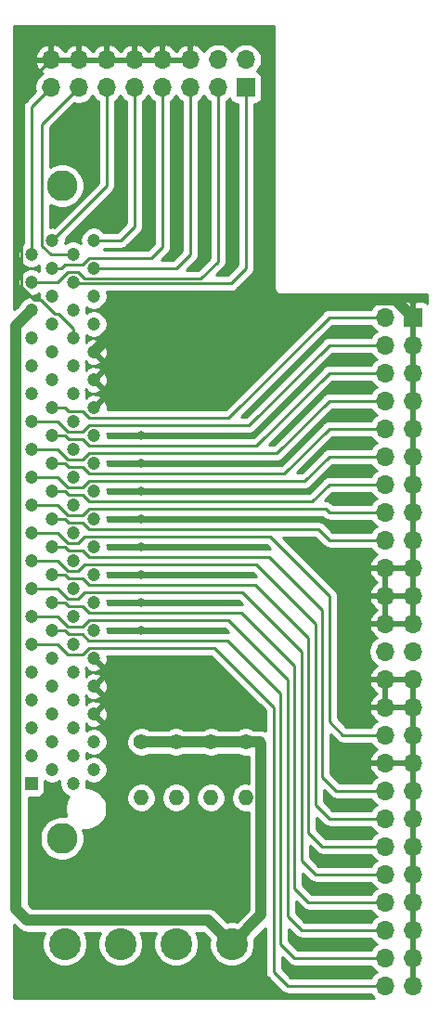
<source format=gbr>
G04 #@! TF.GenerationSoftware,KiCad,Pcbnew,(5.1.5)-3*
G04 #@! TF.CreationDate,2020-04-25T00:27:07+01:00*
G04 #@! TF.ProjectId,SCSIConnector,53435349-436f-46e6-9e65-63746f722e6b,rev?*
G04 #@! TF.SameCoordinates,Original*
G04 #@! TF.FileFunction,Copper,L1,Top*
G04 #@! TF.FilePolarity,Positive*
%FSLAX46Y46*%
G04 Gerber Fmt 4.6, Leading zero omitted, Abs format (unit mm)*
G04 Created by KiCad (PCBNEW (5.1.5)-3) date 2020-04-25 00:27:07*
%MOMM*%
%LPD*%
G04 APERTURE LIST*
%ADD10C,1.200000*%
%ADD11R,1.200000X1.200000*%
%ADD12C,2.800000*%
%ADD13O,1.700000X1.700000*%
%ADD14R,1.700000X1.700000*%
%ADD15C,2.900000*%
%ADD16O,1.400000X1.400000*%
%ADD17C,1.400000*%
%ADD18C,0.800000*%
%ADD19C,0.250000*%
%ADD20C,1.000000*%
%ADD21C,0.254000*%
G04 APERTURE END LIST*
D10*
X172211000Y-56505000D03*
X174111000Y-55235000D03*
X176011000Y-56505000D03*
X177911000Y-55235000D03*
X172211000Y-59045000D03*
X174111000Y-57775000D03*
X176011000Y-59045000D03*
X177911000Y-57775000D03*
X172211000Y-61585000D03*
X174111000Y-60315000D03*
X176011000Y-61585000D03*
X177911000Y-60315000D03*
X172211000Y-64125000D03*
X174111000Y-62855000D03*
X176011000Y-64125000D03*
X177911000Y-62855000D03*
X172211000Y-66665000D03*
X174111000Y-65395000D03*
X176011000Y-66665000D03*
X177911000Y-65395000D03*
X172211000Y-69205000D03*
X174111000Y-67935000D03*
X176011000Y-69205000D03*
X177911000Y-67935000D03*
X172211000Y-71745000D03*
X174111000Y-70475000D03*
X176011000Y-71745000D03*
X177911000Y-70475000D03*
X172211000Y-74285000D03*
X174111000Y-73015000D03*
X176011000Y-74285000D03*
X177911000Y-73015000D03*
X172211000Y-76825000D03*
X174111000Y-75555000D03*
X176011000Y-76825000D03*
X177911000Y-75555000D03*
X172211000Y-79365000D03*
X174111000Y-78095000D03*
X176011000Y-79365000D03*
X177911000Y-78095000D03*
X172211000Y-81905000D03*
X174111000Y-80635000D03*
X176011000Y-81905000D03*
X177911000Y-80635000D03*
X172211000Y-84445000D03*
X174111000Y-83175000D03*
X176011000Y-84445000D03*
X177911000Y-83175000D03*
X172211000Y-86985000D03*
X174111000Y-85715000D03*
X176011000Y-86985000D03*
X177911000Y-85715000D03*
X172211000Y-89525000D03*
X174111000Y-88255000D03*
X176011000Y-89525000D03*
X177911000Y-88255000D03*
X172211000Y-92065000D03*
X174111000Y-90795000D03*
X176011000Y-92065000D03*
X177911000Y-90795000D03*
X172211000Y-94605000D03*
X174111000Y-93335000D03*
X176011000Y-94605000D03*
X177911000Y-93335000D03*
X172211000Y-97145000D03*
X174111000Y-95875000D03*
X176011000Y-97145000D03*
X177911000Y-95875000D03*
X172211000Y-99685000D03*
X174111000Y-98415000D03*
X176011000Y-99685000D03*
X177911000Y-98415000D03*
X172211000Y-102225000D03*
X174111000Y-100955000D03*
X176011000Y-102225000D03*
X177911000Y-100955000D03*
D11*
X172211000Y-104765000D03*
D10*
X174111000Y-103495000D03*
X176011000Y-104765000D03*
X177911000Y-103495000D03*
D12*
X175000000Y-109755000D03*
X175000000Y-50245000D03*
D13*
X204470000Y-123190000D03*
X207010000Y-123190000D03*
X204470000Y-120650000D03*
X207010000Y-120650000D03*
X204470000Y-118110000D03*
X207010000Y-118110000D03*
X204470000Y-115570000D03*
X207010000Y-115570000D03*
X204470000Y-113030000D03*
X207010000Y-113030000D03*
X204470000Y-110490000D03*
X207010000Y-110490000D03*
X204470000Y-107950000D03*
X207010000Y-107950000D03*
X204470000Y-105410000D03*
X207010000Y-105410000D03*
X204470000Y-102870000D03*
X207010000Y-102870000D03*
X204470000Y-100330000D03*
X207010000Y-100330000D03*
X204470000Y-97790000D03*
X207010000Y-97790000D03*
X204470000Y-95250000D03*
X207010000Y-95250000D03*
X204470000Y-92710000D03*
X207010000Y-92710000D03*
X204470000Y-90170000D03*
X207010000Y-90170000D03*
X204470000Y-87630000D03*
X207010000Y-87630000D03*
X204470000Y-85090000D03*
X207010000Y-85090000D03*
X204470000Y-82550000D03*
X207010000Y-82550000D03*
X204470000Y-80010000D03*
X207010000Y-80010000D03*
X204470000Y-77470000D03*
X207010000Y-77470000D03*
X204470000Y-74930000D03*
X207010000Y-74930000D03*
X204470000Y-72390000D03*
X207010000Y-72390000D03*
X204470000Y-69850000D03*
X207010000Y-69850000D03*
X204470000Y-67310000D03*
X207010000Y-67310000D03*
X204470000Y-64770000D03*
X207010000Y-64770000D03*
X204470000Y-62230000D03*
D14*
X207010000Y-62230000D03*
D15*
X190500000Y-119380000D03*
X185420000Y-119380000D03*
X180340000Y-119380000D03*
X175260000Y-119380000D03*
D16*
X182245000Y-106045000D03*
D17*
X182245000Y-100965000D03*
D16*
X185420000Y-106045000D03*
D17*
X185420000Y-100965000D03*
D16*
X188595000Y-106045000D03*
D17*
X188595000Y-100965000D03*
D16*
X191770000Y-106045000D03*
D17*
X191770000Y-100965000D03*
D13*
X173990000Y-38735000D03*
X173990000Y-41275000D03*
X176530000Y-38735000D03*
X176530000Y-41275000D03*
X179070000Y-38735000D03*
X179070000Y-41275000D03*
X181610000Y-38735000D03*
X181610000Y-41275000D03*
X184150000Y-38735000D03*
X184150000Y-41275000D03*
X186690000Y-38735000D03*
X186690000Y-41275000D03*
X189230000Y-38735000D03*
X189230000Y-41275000D03*
X191770000Y-38735000D03*
D14*
X191770000Y-41275000D03*
D18*
X190500000Y-47625000D03*
X187960000Y-47625000D03*
X185420000Y-47625000D03*
X182880000Y-47625000D03*
X180340000Y-47625000D03*
X176530000Y-47625000D03*
X182245000Y-103505000D03*
X185420000Y-103505000D03*
X188595000Y-103505000D03*
X191770000Y-103505000D03*
X182245000Y-111760000D03*
X185420000Y-111760000D03*
X200660000Y-121920000D03*
X200660000Y-119380000D03*
X200660000Y-116840000D03*
X200660000Y-109220000D03*
X200660000Y-106680000D03*
X200660000Y-102870000D03*
X191770000Y-111760000D03*
X200660000Y-111760000D03*
X200660000Y-114300000D03*
X200660000Y-81280000D03*
X200660000Y-78740000D03*
X200660000Y-76200000D03*
X200660000Y-73660000D03*
X200660000Y-71120000D03*
X200660000Y-68580000D03*
X200660000Y-66040000D03*
X200660000Y-63500000D03*
X182245000Y-73025000D03*
X182245000Y-75565000D03*
X182245000Y-78105000D03*
X182245000Y-80645000D03*
X182245000Y-83185000D03*
X182245000Y-85725000D03*
X182245000Y-88265000D03*
X182245000Y-90805000D03*
X187960000Y-121920000D03*
X182880000Y-121920000D03*
X177800000Y-121920000D03*
D19*
X176011000Y-63276472D02*
X176011000Y-64125000D01*
X173990000Y-38735000D02*
X171285999Y-41439001D01*
X174664527Y-61929999D02*
X176011000Y-63276472D01*
X171285999Y-59489001D02*
X172456997Y-60659999D01*
X171285999Y-41439001D02*
X171285999Y-59489001D01*
X173086997Y-60659999D02*
X174356997Y-61929999D01*
X172456997Y-60659999D02*
X173086997Y-60659999D01*
X174356997Y-61929999D02*
X174664527Y-61929999D01*
D20*
X205459999Y-60679999D02*
X207010000Y-62230000D01*
X182626001Y-60679999D02*
X205459999Y-60679999D01*
X177911000Y-65395000D02*
X182626001Y-60679999D01*
D19*
X188929999Y-92409999D02*
X194310000Y-97790000D01*
X172211000Y-92065000D02*
X174615000Y-92065000D01*
X175540001Y-92990001D02*
X176886997Y-92990001D01*
X174615000Y-92065000D02*
X175540001Y-92990001D01*
X176886997Y-92990001D02*
X177466999Y-92409999D01*
X177466999Y-92409999D02*
X188929999Y-92409999D01*
X204470000Y-123190000D02*
X195580000Y-123190000D01*
X195580000Y-123190000D02*
X194310000Y-121920000D01*
X194310000Y-97790000D02*
X194310000Y-121920000D01*
X176886997Y-91161997D02*
X177445001Y-91720001D01*
X176886997Y-91139999D02*
X176886997Y-91161997D01*
X190145001Y-91720001D02*
X194945000Y-96520000D01*
X174111000Y-90795000D02*
X175248590Y-90795000D01*
X175248590Y-90795000D02*
X175593589Y-91139999D01*
X175593589Y-91139999D02*
X176886997Y-91139999D01*
X177445001Y-91720001D02*
X190145001Y-91720001D01*
X204470000Y-120650000D02*
X196215000Y-120650000D01*
X196215000Y-120650000D02*
X194945000Y-119380000D01*
X194945000Y-96520000D02*
X194945000Y-119380000D01*
X174615000Y-89525000D02*
X172211000Y-89525000D01*
X177466999Y-89869999D02*
X176886997Y-90450001D01*
X190199999Y-89869999D02*
X177466999Y-89869999D01*
X175540001Y-90450001D02*
X174615000Y-89525000D01*
X176886997Y-90450001D02*
X175540001Y-90450001D01*
X195580000Y-95250000D02*
X190199999Y-89869999D01*
X204470000Y-118110000D02*
X196850000Y-118110000D01*
X196850000Y-118110000D02*
X195580000Y-116840000D01*
X195580000Y-116840000D02*
X195580000Y-95250000D01*
X176886997Y-88599999D02*
X175594999Y-88599999D01*
X175250000Y-88255000D02*
X174111000Y-88255000D01*
X175594999Y-88599999D02*
X175250000Y-88255000D01*
X177466999Y-89180001D02*
X176886997Y-88599999D01*
X177466999Y-89180001D02*
X191415001Y-89180001D01*
X191415001Y-89180001D02*
X196215000Y-93980000D01*
X204470000Y-115570000D02*
X197485000Y-115570000D01*
X197485000Y-115570000D02*
X196215000Y-114300000D01*
X196215000Y-114300000D02*
X196215000Y-93980000D01*
X176455001Y-87910001D02*
X175566999Y-87910001D01*
X174641998Y-86985000D02*
X172211000Y-86985000D01*
X177035003Y-87329999D02*
X176455001Y-87910001D01*
X175566999Y-87910001D02*
X174641998Y-86985000D01*
X191469999Y-87329999D02*
X196850000Y-92710000D01*
X177035003Y-87329999D02*
X191469999Y-87329999D01*
X204470000Y-113030000D02*
X198120000Y-113030000D01*
X198120000Y-113030000D02*
X196850000Y-111760000D01*
X196850000Y-111760000D02*
X196850000Y-92710000D01*
X174111000Y-85715000D02*
X175250000Y-85715000D01*
X175250000Y-85715000D02*
X175594999Y-86059999D01*
X175594999Y-86059999D02*
X176886997Y-86059999D01*
X176886997Y-86059999D02*
X177466999Y-86640001D01*
X177466999Y-86640001D02*
X192685001Y-86640001D01*
X204470000Y-110490000D02*
X198755000Y-110490000D01*
X198755000Y-110490000D02*
X197485000Y-109220000D01*
X197485000Y-109220000D02*
X197485000Y-91440000D01*
X192685001Y-86640001D02*
X197485000Y-91440000D01*
X176455001Y-85370001D02*
X177035003Y-84789999D01*
X172211000Y-84445000D02*
X174641998Y-84445000D01*
X175566999Y-85370001D02*
X176455001Y-85370001D01*
X174641998Y-84445000D02*
X175566999Y-85370001D01*
X177035003Y-84789999D02*
X192739999Y-84789999D01*
X192739999Y-84789999D02*
X198120000Y-90170000D01*
X204470000Y-107950000D02*
X199390000Y-107950000D01*
X199390000Y-107950000D02*
X198120000Y-106680000D01*
X198120000Y-106680000D02*
X198120000Y-90170000D01*
X175250000Y-83175000D02*
X174111000Y-83175000D01*
X175594999Y-83519999D02*
X175250000Y-83175000D01*
X176886997Y-83519999D02*
X175594999Y-83519999D01*
X177466999Y-84100001D02*
X176886997Y-83519999D01*
X193955001Y-84100001D02*
X177466999Y-84100001D01*
X198755000Y-88900000D02*
X193955001Y-84100001D01*
X204470000Y-105410000D02*
X200025000Y-105410000D01*
X200025000Y-105410000D02*
X198755000Y-104140000D01*
X198755000Y-104140000D02*
X198755000Y-88900000D01*
X199390000Y-99100000D02*
X200620000Y-100330000D01*
X194009999Y-82249999D02*
X199390000Y-87630000D01*
X175566999Y-82830001D02*
X176455001Y-82830001D01*
X172211000Y-81905000D02*
X174641998Y-81905000D01*
X174641998Y-81905000D02*
X175566999Y-82830001D01*
X176455001Y-82830001D02*
X177035003Y-82249999D01*
X177035003Y-82249999D02*
X194009999Y-82249999D01*
X200620000Y-100330000D02*
X204470000Y-100330000D01*
X199390000Y-87630000D02*
X199390000Y-99100000D01*
X175250000Y-80635000D02*
X174111000Y-80635000D01*
X175594999Y-80979999D02*
X175250000Y-80635000D01*
X204470000Y-82550000D02*
X199390000Y-82550000D01*
X198400001Y-81560001D02*
X177466999Y-81560001D01*
X199390000Y-82550000D02*
X198400001Y-81560001D01*
X177466999Y-81560001D02*
X176886997Y-80979999D01*
X176886997Y-80979999D02*
X175594999Y-80979999D01*
X199390000Y-80010000D02*
X204470000Y-80010000D01*
X199089999Y-79709999D02*
X199390000Y-80010000D01*
X175566999Y-80290001D02*
X176886997Y-80290001D01*
X172211000Y-79365000D02*
X174641998Y-79365000D01*
X176886997Y-80290001D02*
X177466999Y-79709999D01*
X174641998Y-79365000D02*
X175566999Y-80290001D01*
X177466999Y-79709999D02*
X199089999Y-79709999D01*
X175250000Y-78095000D02*
X174111000Y-78095000D01*
X176886997Y-78439999D02*
X175594999Y-78439999D01*
X177466999Y-79020001D02*
X176886997Y-78439999D01*
X175594999Y-78439999D02*
X175250000Y-78095000D01*
X204470000Y-77470000D02*
X199390000Y-77470000D01*
X197839999Y-79020001D02*
X177466999Y-79020001D01*
X199390000Y-77470000D02*
X197839999Y-79020001D01*
X174641998Y-76825000D02*
X172211000Y-76825000D01*
X175566999Y-77750001D02*
X174641998Y-76825000D01*
X176884999Y-77750001D02*
X175566999Y-77750001D01*
X176884999Y-77750001D02*
X177465001Y-77169999D01*
X204470000Y-74930000D02*
X199390000Y-74930000D01*
X197150001Y-77169999D02*
X177465001Y-77169999D01*
X199390000Y-74930000D02*
X197150001Y-77169999D01*
X175250000Y-75555000D02*
X175594999Y-75899999D01*
X174111000Y-75555000D02*
X175250000Y-75555000D01*
X175594999Y-75899999D02*
X176886997Y-75899999D01*
X176886997Y-75899999D02*
X177466999Y-76480001D01*
X204470000Y-72390000D02*
X199390000Y-72390000D01*
X195299999Y-76480001D02*
X177466999Y-76480001D01*
X199390000Y-72390000D02*
X195299999Y-76480001D01*
X172211000Y-74285000D02*
X174641998Y-74285000D01*
X174641998Y-74285000D02*
X175566999Y-75210001D01*
X176886997Y-75210001D02*
X177466999Y-74629999D01*
X175566999Y-75210001D02*
X176886997Y-75210001D01*
X204470000Y-69850000D02*
X199390000Y-69850000D01*
X194610001Y-74629999D02*
X177466999Y-74629999D01*
X199390000Y-69850000D02*
X194610001Y-74629999D01*
X199390000Y-67310000D02*
X204470000Y-67310000D01*
X192759999Y-73940001D02*
X199390000Y-67310000D01*
X175250000Y-73015000D02*
X175594999Y-73359999D01*
X175594999Y-73359999D02*
X176886997Y-73359999D01*
X176886997Y-73359999D02*
X177466999Y-73940001D01*
X174111000Y-73015000D02*
X175250000Y-73015000D01*
X177466999Y-73940001D02*
X192759999Y-73940001D01*
X174615000Y-71745000D02*
X172211000Y-71745000D01*
X175540001Y-72670001D02*
X174615000Y-71745000D01*
X177466999Y-72089999D02*
X176886997Y-72670001D01*
X204470000Y-64770000D02*
X199390000Y-64770000D01*
X199390000Y-64770000D02*
X192070001Y-72089999D01*
X192070001Y-72089999D02*
X177466999Y-72089999D01*
X176886997Y-72670001D02*
X175540001Y-72670001D01*
X176886997Y-70819999D02*
X175594999Y-70819999D01*
X175250000Y-70475000D02*
X174111000Y-70475000D01*
X177466999Y-71400001D02*
X176886997Y-70819999D01*
X175594999Y-70819999D02*
X175250000Y-70475000D01*
X204470000Y-62230000D02*
X199390000Y-62230000D01*
X190219999Y-71400001D02*
X199390000Y-62230000D01*
X177466999Y-71400001D02*
X190219999Y-71400001D01*
D20*
X193170001Y-116709999D02*
X193170001Y-101095001D01*
X190500000Y-119380000D02*
X193170001Y-116709999D01*
X193040000Y-100965000D02*
X182245000Y-100965000D01*
X193170001Y-101095001D02*
X193040000Y-100965000D01*
X188349999Y-117229999D02*
X171839999Y-117229999D01*
X190500000Y-119380000D02*
X188349999Y-117229999D01*
X171611001Y-62184999D02*
X172211000Y-61585000D01*
X170815000Y-62981000D02*
X171611001Y-62184999D01*
X170815000Y-116205000D02*
X170815000Y-62981000D01*
X171839999Y-117229999D02*
X170815000Y-116205000D01*
D19*
X172211000Y-43054000D02*
X173990000Y-41275000D01*
X172211000Y-56505000D02*
X172211000Y-43054000D01*
X179070000Y-50276000D02*
X179070000Y-41275000D01*
X174111000Y-55235000D02*
X179070000Y-50276000D01*
X173185999Y-55710999D02*
X173185999Y-44619001D01*
X176011000Y-56505000D02*
X173980000Y-56505000D01*
X173185999Y-44619001D02*
X176530000Y-41275000D01*
X173980000Y-56505000D02*
X173185999Y-55710999D01*
X181610000Y-41275000D02*
X181610000Y-53975000D01*
X181610000Y-53975000D02*
X180340000Y-55245000D01*
X177911000Y-55235000D02*
X180340000Y-55245000D01*
X174641998Y-59045000D02*
X175566999Y-58119999D01*
X172211000Y-59045000D02*
X174641998Y-59045000D01*
X176455001Y-58119999D02*
X177035003Y-58700001D01*
X175566999Y-58119999D02*
X176455001Y-58119999D01*
X177035003Y-58700001D02*
X187679999Y-58700001D01*
X189230000Y-57150000D02*
X187679999Y-58700001D01*
X189230000Y-41275000D02*
X189230000Y-57150000D01*
X174959528Y-57775000D02*
X175304527Y-57430001D01*
X174111000Y-57775000D02*
X174959528Y-57775000D01*
X175304527Y-57430001D02*
X176886997Y-57430001D01*
X177466999Y-56849999D02*
X183150001Y-56849999D01*
X176886997Y-57430001D02*
X177466999Y-56849999D01*
X184150000Y-55850000D02*
X183150001Y-56849999D01*
X184150000Y-41275000D02*
X184150000Y-55850000D01*
X176116011Y-59150011D02*
X190404989Y-59150011D01*
X191770000Y-57785000D02*
X190404989Y-59150011D01*
X191770000Y-41275000D02*
X191770000Y-57785000D01*
X186690000Y-56515000D02*
X185420000Y-57785000D01*
X177911000Y-57775000D02*
X185420000Y-57785000D01*
X186690000Y-41275000D02*
X186690000Y-56515000D01*
X185420000Y-57785000D02*
X185430000Y-57775000D01*
D21*
G36*
X170998007Y-117993139D02*
G01*
X171033550Y-118036448D01*
X171206376Y-118178283D01*
X171403552Y-118283675D01*
X171617500Y-118348576D01*
X171784247Y-118364999D01*
X171784256Y-118364999D01*
X171839998Y-118370489D01*
X171895740Y-118364999D01*
X173430594Y-118364999D01*
X173412297Y-118392382D01*
X173255126Y-118771828D01*
X173175000Y-119174645D01*
X173175000Y-119585355D01*
X173255126Y-119988172D01*
X173412297Y-120367618D01*
X173640475Y-120709110D01*
X173930890Y-120999525D01*
X174272382Y-121227703D01*
X174651828Y-121384874D01*
X175054645Y-121465000D01*
X175465355Y-121465000D01*
X175868172Y-121384874D01*
X176247618Y-121227703D01*
X176589110Y-120999525D01*
X176879525Y-120709110D01*
X177107703Y-120367618D01*
X177264874Y-119988172D01*
X177345000Y-119585355D01*
X177345000Y-119174645D01*
X177264874Y-118771828D01*
X177107703Y-118392382D01*
X177089406Y-118364999D01*
X178510594Y-118364999D01*
X178492297Y-118392382D01*
X178335126Y-118771828D01*
X178255000Y-119174645D01*
X178255000Y-119585355D01*
X178335126Y-119988172D01*
X178492297Y-120367618D01*
X178720475Y-120709110D01*
X179010890Y-120999525D01*
X179352382Y-121227703D01*
X179731828Y-121384874D01*
X180134645Y-121465000D01*
X180545355Y-121465000D01*
X180948172Y-121384874D01*
X181327618Y-121227703D01*
X181669110Y-120999525D01*
X181959525Y-120709110D01*
X182187703Y-120367618D01*
X182344874Y-119988172D01*
X182425000Y-119585355D01*
X182425000Y-119174645D01*
X182344874Y-118771828D01*
X182187703Y-118392382D01*
X182169406Y-118364999D01*
X183590594Y-118364999D01*
X183572297Y-118392382D01*
X183415126Y-118771828D01*
X183335000Y-119174645D01*
X183335000Y-119585355D01*
X183415126Y-119988172D01*
X183572297Y-120367618D01*
X183800475Y-120709110D01*
X184090890Y-120999525D01*
X184432382Y-121227703D01*
X184811828Y-121384874D01*
X185214645Y-121465000D01*
X185625355Y-121465000D01*
X186028172Y-121384874D01*
X186407618Y-121227703D01*
X186749110Y-120999525D01*
X187039525Y-120709110D01*
X187267703Y-120367618D01*
X187424874Y-119988172D01*
X187505000Y-119585355D01*
X187505000Y-119174645D01*
X187424874Y-118771828D01*
X187267703Y-118392382D01*
X187249406Y-118364999D01*
X187879868Y-118364999D01*
X188460545Y-118945677D01*
X188415000Y-119174645D01*
X188415000Y-119585355D01*
X188495126Y-119988172D01*
X188652297Y-120367618D01*
X188880475Y-120709110D01*
X189170890Y-120999525D01*
X189512382Y-121227703D01*
X189891828Y-121384874D01*
X190294645Y-121465000D01*
X190705355Y-121465000D01*
X191108172Y-121384874D01*
X191487618Y-121227703D01*
X191829110Y-120999525D01*
X192119525Y-120709110D01*
X192347703Y-120367618D01*
X192504874Y-119988172D01*
X192585000Y-119585355D01*
X192585000Y-119174645D01*
X192539455Y-118945677D01*
X193550001Y-117935132D01*
X193550001Y-121882667D01*
X193546324Y-121920000D01*
X193560998Y-122068985D01*
X193604454Y-122212246D01*
X193675026Y-122344276D01*
X193739700Y-122423080D01*
X193770000Y-122460001D01*
X193798998Y-122483799D01*
X195016201Y-123701003D01*
X195039999Y-123730001D01*
X195155724Y-123824974D01*
X195287753Y-123895546D01*
X195431014Y-123939003D01*
X195542667Y-123950000D01*
X195542676Y-123950000D01*
X195579999Y-123953676D01*
X195617322Y-123950000D01*
X203191822Y-123950000D01*
X203316525Y-124136632D01*
X203519893Y-124340000D01*
X170660000Y-124340000D01*
X170660000Y-117655132D01*
X170998007Y-117993139D01*
G37*
X170998007Y-117993139D02*
X171033550Y-118036448D01*
X171206376Y-118178283D01*
X171403552Y-118283675D01*
X171617500Y-118348576D01*
X171784247Y-118364999D01*
X171784256Y-118364999D01*
X171839998Y-118370489D01*
X171895740Y-118364999D01*
X173430594Y-118364999D01*
X173412297Y-118392382D01*
X173255126Y-118771828D01*
X173175000Y-119174645D01*
X173175000Y-119585355D01*
X173255126Y-119988172D01*
X173412297Y-120367618D01*
X173640475Y-120709110D01*
X173930890Y-120999525D01*
X174272382Y-121227703D01*
X174651828Y-121384874D01*
X175054645Y-121465000D01*
X175465355Y-121465000D01*
X175868172Y-121384874D01*
X176247618Y-121227703D01*
X176589110Y-120999525D01*
X176879525Y-120709110D01*
X177107703Y-120367618D01*
X177264874Y-119988172D01*
X177345000Y-119585355D01*
X177345000Y-119174645D01*
X177264874Y-118771828D01*
X177107703Y-118392382D01*
X177089406Y-118364999D01*
X178510594Y-118364999D01*
X178492297Y-118392382D01*
X178335126Y-118771828D01*
X178255000Y-119174645D01*
X178255000Y-119585355D01*
X178335126Y-119988172D01*
X178492297Y-120367618D01*
X178720475Y-120709110D01*
X179010890Y-120999525D01*
X179352382Y-121227703D01*
X179731828Y-121384874D01*
X180134645Y-121465000D01*
X180545355Y-121465000D01*
X180948172Y-121384874D01*
X181327618Y-121227703D01*
X181669110Y-120999525D01*
X181959525Y-120709110D01*
X182187703Y-120367618D01*
X182344874Y-119988172D01*
X182425000Y-119585355D01*
X182425000Y-119174645D01*
X182344874Y-118771828D01*
X182187703Y-118392382D01*
X182169406Y-118364999D01*
X183590594Y-118364999D01*
X183572297Y-118392382D01*
X183415126Y-118771828D01*
X183335000Y-119174645D01*
X183335000Y-119585355D01*
X183415126Y-119988172D01*
X183572297Y-120367618D01*
X183800475Y-120709110D01*
X184090890Y-120999525D01*
X184432382Y-121227703D01*
X184811828Y-121384874D01*
X185214645Y-121465000D01*
X185625355Y-121465000D01*
X186028172Y-121384874D01*
X186407618Y-121227703D01*
X186749110Y-120999525D01*
X187039525Y-120709110D01*
X187267703Y-120367618D01*
X187424874Y-119988172D01*
X187505000Y-119585355D01*
X187505000Y-119174645D01*
X187424874Y-118771828D01*
X187267703Y-118392382D01*
X187249406Y-118364999D01*
X187879868Y-118364999D01*
X188460545Y-118945677D01*
X188415000Y-119174645D01*
X188415000Y-119585355D01*
X188495126Y-119988172D01*
X188652297Y-120367618D01*
X188880475Y-120709110D01*
X189170890Y-120999525D01*
X189512382Y-121227703D01*
X189891828Y-121384874D01*
X190294645Y-121465000D01*
X190705355Y-121465000D01*
X191108172Y-121384874D01*
X191487618Y-121227703D01*
X191829110Y-120999525D01*
X192119525Y-120709110D01*
X192347703Y-120367618D01*
X192504874Y-119988172D01*
X192585000Y-119585355D01*
X192585000Y-119174645D01*
X192539455Y-118945677D01*
X193550001Y-117935132D01*
X193550001Y-121882667D01*
X193546324Y-121920000D01*
X193560998Y-122068985D01*
X193604454Y-122212246D01*
X193675026Y-122344276D01*
X193739700Y-122423080D01*
X193770000Y-122460001D01*
X193798998Y-122483799D01*
X195016201Y-123701003D01*
X195039999Y-123730001D01*
X195155724Y-123824974D01*
X195287753Y-123895546D01*
X195431014Y-123939003D01*
X195542667Y-123950000D01*
X195542676Y-123950000D01*
X195579999Y-123953676D01*
X195617322Y-123950000D01*
X203191822Y-123950000D01*
X203316525Y-124136632D01*
X203519893Y-124340000D01*
X170660000Y-124340000D01*
X170660000Y-117655132D01*
X170998007Y-117993139D01*
G36*
X194340001Y-59467571D02*
G01*
X194336807Y-59500000D01*
X194349550Y-59629383D01*
X194387290Y-59753793D01*
X194448575Y-59868450D01*
X194531052Y-59968948D01*
X194631550Y-60051425D01*
X194746207Y-60112710D01*
X194870617Y-60150450D01*
X194967581Y-60160000D01*
X195000000Y-60163193D01*
X195032419Y-60160000D01*
X208340000Y-60160000D01*
X208340000Y-60963926D01*
X208311185Y-60928815D01*
X208214494Y-60849463D01*
X208104180Y-60790498D01*
X207984482Y-60754188D01*
X207860000Y-60741928D01*
X207295750Y-60745000D01*
X207137000Y-60903750D01*
X207137000Y-62103000D01*
X207157000Y-62103000D01*
X207157000Y-62357000D01*
X207137000Y-62357000D01*
X207137000Y-64643000D01*
X207157000Y-64643000D01*
X207157000Y-64897000D01*
X207137000Y-64897000D01*
X207137000Y-67183000D01*
X207157000Y-67183000D01*
X207157000Y-67437000D01*
X207137000Y-67437000D01*
X207137000Y-69723000D01*
X207157000Y-69723000D01*
X207157000Y-69977000D01*
X207137000Y-69977000D01*
X207137000Y-72263000D01*
X207157000Y-72263000D01*
X207157000Y-72517000D01*
X207137000Y-72517000D01*
X207137000Y-74803000D01*
X207157000Y-74803000D01*
X207157000Y-75057000D01*
X207137000Y-75057000D01*
X207137000Y-77343000D01*
X207157000Y-77343000D01*
X207157000Y-77597000D01*
X207137000Y-77597000D01*
X207137000Y-79883000D01*
X207157000Y-79883000D01*
X207157000Y-80137000D01*
X207137000Y-80137000D01*
X207137000Y-82423000D01*
X207157000Y-82423000D01*
X207157000Y-82677000D01*
X207137000Y-82677000D01*
X207137000Y-84963000D01*
X207157000Y-84963000D01*
X207157000Y-85217000D01*
X207137000Y-85217000D01*
X207137000Y-87503000D01*
X207157000Y-87503000D01*
X207157000Y-87757000D01*
X207137000Y-87757000D01*
X207137000Y-90043000D01*
X207157000Y-90043000D01*
X207157000Y-90297000D01*
X207137000Y-90297000D01*
X207137000Y-90317000D01*
X206883000Y-90317000D01*
X206883000Y-90297000D01*
X204597000Y-90297000D01*
X204597000Y-90317000D01*
X204343000Y-90317000D01*
X204343000Y-90297000D01*
X203149845Y-90297000D01*
X203028524Y-90526890D01*
X203073175Y-90674099D01*
X203198359Y-90936920D01*
X203372412Y-91170269D01*
X203588645Y-91365178D01*
X203705534Y-91434805D01*
X203523368Y-91556525D01*
X203316525Y-91763368D01*
X203154010Y-92006589D01*
X203042068Y-92276842D01*
X202985000Y-92563740D01*
X202985000Y-92856260D01*
X203042068Y-93143158D01*
X203154010Y-93413411D01*
X203316525Y-93656632D01*
X203523368Y-93863475D01*
X203705534Y-93985195D01*
X203588645Y-94054822D01*
X203372412Y-94249731D01*
X203198359Y-94483080D01*
X203073175Y-94745901D01*
X203028524Y-94893110D01*
X203149845Y-95123000D01*
X204343000Y-95123000D01*
X204343000Y-95103000D01*
X204597000Y-95103000D01*
X204597000Y-95123000D01*
X206883000Y-95123000D01*
X206883000Y-95103000D01*
X207137000Y-95103000D01*
X207137000Y-95123000D01*
X207157000Y-95123000D01*
X207157000Y-95377000D01*
X207137000Y-95377000D01*
X207137000Y-97663000D01*
X207157000Y-97663000D01*
X207157000Y-97917000D01*
X207137000Y-97917000D01*
X207137000Y-100203000D01*
X207157000Y-100203000D01*
X207157000Y-100457000D01*
X207137000Y-100457000D01*
X207137000Y-102743000D01*
X207157000Y-102743000D01*
X207157000Y-102997000D01*
X207137000Y-102997000D01*
X207137000Y-105283000D01*
X207157000Y-105283000D01*
X207157000Y-105537000D01*
X207137000Y-105537000D01*
X207137000Y-107823000D01*
X207157000Y-107823000D01*
X207157000Y-108077000D01*
X207137000Y-108077000D01*
X207137000Y-110363000D01*
X207157000Y-110363000D01*
X207157000Y-110617000D01*
X207137000Y-110617000D01*
X207137000Y-112903000D01*
X207157000Y-112903000D01*
X207157000Y-113157000D01*
X207137000Y-113157000D01*
X207137000Y-115443000D01*
X207157000Y-115443000D01*
X207157000Y-115697000D01*
X207137000Y-115697000D01*
X207137000Y-117983000D01*
X207157000Y-117983000D01*
X207157000Y-118237000D01*
X207137000Y-118237000D01*
X207137000Y-120523000D01*
X207157000Y-120523000D01*
X207157000Y-120777000D01*
X207137000Y-120777000D01*
X207137000Y-123063000D01*
X207157000Y-123063000D01*
X207157000Y-123317000D01*
X207137000Y-123317000D01*
X207137000Y-123337000D01*
X206883000Y-123337000D01*
X206883000Y-123317000D01*
X206863000Y-123317000D01*
X206863000Y-123063000D01*
X206883000Y-123063000D01*
X206883000Y-120777000D01*
X206863000Y-120777000D01*
X206863000Y-120523000D01*
X206883000Y-120523000D01*
X206883000Y-118237000D01*
X206863000Y-118237000D01*
X206863000Y-117983000D01*
X206883000Y-117983000D01*
X206883000Y-115697000D01*
X206863000Y-115697000D01*
X206863000Y-115443000D01*
X206883000Y-115443000D01*
X206883000Y-113157000D01*
X206863000Y-113157000D01*
X206863000Y-112903000D01*
X206883000Y-112903000D01*
X206883000Y-110617000D01*
X206863000Y-110617000D01*
X206863000Y-110363000D01*
X206883000Y-110363000D01*
X206883000Y-108077000D01*
X206863000Y-108077000D01*
X206863000Y-107823000D01*
X206883000Y-107823000D01*
X206883000Y-105537000D01*
X206863000Y-105537000D01*
X206863000Y-105283000D01*
X206883000Y-105283000D01*
X206883000Y-102997000D01*
X204597000Y-102997000D01*
X204597000Y-103017000D01*
X204343000Y-103017000D01*
X204343000Y-102997000D01*
X203149845Y-102997000D01*
X203028524Y-103226890D01*
X203073175Y-103374099D01*
X203198359Y-103636920D01*
X203372412Y-103870269D01*
X203588645Y-104065178D01*
X203705534Y-104134805D01*
X203523368Y-104256525D01*
X203316525Y-104463368D01*
X203191822Y-104650000D01*
X200339802Y-104650000D01*
X199515000Y-103825199D01*
X199515000Y-100299802D01*
X200056201Y-100841003D01*
X200079999Y-100870001D01*
X200195724Y-100964974D01*
X200327753Y-101035546D01*
X200471014Y-101079003D01*
X200582667Y-101090000D01*
X200582675Y-101090000D01*
X200620000Y-101093676D01*
X200657325Y-101090000D01*
X203191822Y-101090000D01*
X203316525Y-101276632D01*
X203523368Y-101483475D01*
X203705534Y-101605195D01*
X203588645Y-101674822D01*
X203372412Y-101869731D01*
X203198359Y-102103080D01*
X203073175Y-102365901D01*
X203028524Y-102513110D01*
X203149845Y-102743000D01*
X204343000Y-102743000D01*
X204343000Y-102723000D01*
X204597000Y-102723000D01*
X204597000Y-102743000D01*
X206883000Y-102743000D01*
X206883000Y-100457000D01*
X206863000Y-100457000D01*
X206863000Y-100203000D01*
X206883000Y-100203000D01*
X206883000Y-97917000D01*
X204597000Y-97917000D01*
X204597000Y-97937000D01*
X204343000Y-97937000D01*
X204343000Y-97917000D01*
X203149845Y-97917000D01*
X203028524Y-98146890D01*
X203073175Y-98294099D01*
X203198359Y-98556920D01*
X203372412Y-98790269D01*
X203588645Y-98985178D01*
X203705534Y-99054805D01*
X203523368Y-99176525D01*
X203316525Y-99383368D01*
X203191822Y-99570000D01*
X200934802Y-99570000D01*
X200150000Y-98785199D01*
X200150000Y-95606890D01*
X203028524Y-95606890D01*
X203073175Y-95754099D01*
X203198359Y-96016920D01*
X203372412Y-96250269D01*
X203588645Y-96445178D01*
X203714255Y-96520000D01*
X203588645Y-96594822D01*
X203372412Y-96789731D01*
X203198359Y-97023080D01*
X203073175Y-97285901D01*
X203028524Y-97433110D01*
X203149845Y-97663000D01*
X204343000Y-97663000D01*
X204343000Y-95377000D01*
X204597000Y-95377000D01*
X204597000Y-97663000D01*
X206883000Y-97663000D01*
X206883000Y-95377000D01*
X204597000Y-95377000D01*
X204343000Y-95377000D01*
X203149845Y-95377000D01*
X203028524Y-95606890D01*
X200150000Y-95606890D01*
X200150000Y-87986890D01*
X203028524Y-87986890D01*
X203073175Y-88134099D01*
X203198359Y-88396920D01*
X203372412Y-88630269D01*
X203588645Y-88825178D01*
X203714255Y-88900000D01*
X203588645Y-88974822D01*
X203372412Y-89169731D01*
X203198359Y-89403080D01*
X203073175Y-89665901D01*
X203028524Y-89813110D01*
X203149845Y-90043000D01*
X204343000Y-90043000D01*
X204343000Y-87757000D01*
X204597000Y-87757000D01*
X204597000Y-90043000D01*
X206883000Y-90043000D01*
X206883000Y-87757000D01*
X204597000Y-87757000D01*
X204343000Y-87757000D01*
X203149845Y-87757000D01*
X203028524Y-87986890D01*
X200150000Y-87986890D01*
X200150000Y-87667322D01*
X200153676Y-87629999D01*
X200150000Y-87592676D01*
X200150000Y-87592667D01*
X200139003Y-87481014D01*
X200095546Y-87337753D01*
X200024974Y-87205724D01*
X199991229Y-87164605D01*
X199953799Y-87118996D01*
X199953795Y-87118992D01*
X199930001Y-87089999D01*
X199901009Y-87066206D01*
X198281693Y-85446890D01*
X203028524Y-85446890D01*
X203073175Y-85594099D01*
X203198359Y-85856920D01*
X203372412Y-86090269D01*
X203588645Y-86285178D01*
X203714255Y-86360000D01*
X203588645Y-86434822D01*
X203372412Y-86629731D01*
X203198359Y-86863080D01*
X203073175Y-87125901D01*
X203028524Y-87273110D01*
X203149845Y-87503000D01*
X204343000Y-87503000D01*
X204343000Y-85217000D01*
X204597000Y-85217000D01*
X204597000Y-87503000D01*
X206883000Y-87503000D01*
X206883000Y-85217000D01*
X204597000Y-85217000D01*
X204343000Y-85217000D01*
X203149845Y-85217000D01*
X203028524Y-85446890D01*
X198281693Y-85446890D01*
X195154802Y-82320001D01*
X198085200Y-82320001D01*
X198826201Y-83061003D01*
X198849999Y-83090001D01*
X198878997Y-83113799D01*
X198965723Y-83184974D01*
X199079155Y-83245605D01*
X199097753Y-83255546D01*
X199241014Y-83299003D01*
X199352667Y-83310000D01*
X199352677Y-83310000D01*
X199389999Y-83313676D01*
X199427322Y-83310000D01*
X203191822Y-83310000D01*
X203316525Y-83496632D01*
X203523368Y-83703475D01*
X203705534Y-83825195D01*
X203588645Y-83894822D01*
X203372412Y-84089731D01*
X203198359Y-84323080D01*
X203073175Y-84585901D01*
X203028524Y-84733110D01*
X203149845Y-84963000D01*
X204343000Y-84963000D01*
X204343000Y-84943000D01*
X204597000Y-84943000D01*
X204597000Y-84963000D01*
X206883000Y-84963000D01*
X206883000Y-82677000D01*
X206863000Y-82677000D01*
X206863000Y-82423000D01*
X206883000Y-82423000D01*
X206883000Y-80137000D01*
X206863000Y-80137000D01*
X206863000Y-79883000D01*
X206883000Y-79883000D01*
X206883000Y-77597000D01*
X206863000Y-77597000D01*
X206863000Y-77343000D01*
X206883000Y-77343000D01*
X206883000Y-75057000D01*
X206863000Y-75057000D01*
X206863000Y-74803000D01*
X206883000Y-74803000D01*
X206883000Y-72517000D01*
X206863000Y-72517000D01*
X206863000Y-72263000D01*
X206883000Y-72263000D01*
X206883000Y-69977000D01*
X206863000Y-69977000D01*
X206863000Y-69723000D01*
X206883000Y-69723000D01*
X206883000Y-67437000D01*
X206863000Y-67437000D01*
X206863000Y-67183000D01*
X206883000Y-67183000D01*
X206883000Y-64897000D01*
X206863000Y-64897000D01*
X206863000Y-64643000D01*
X206883000Y-64643000D01*
X206883000Y-62357000D01*
X206863000Y-62357000D01*
X206863000Y-62103000D01*
X206883000Y-62103000D01*
X206883000Y-60903750D01*
X206724250Y-60745000D01*
X206160000Y-60741928D01*
X206035518Y-60754188D01*
X205915820Y-60790498D01*
X205805506Y-60849463D01*
X205708815Y-60928815D01*
X205629463Y-61025506D01*
X205570498Y-61135820D01*
X205548487Y-61208380D01*
X205416632Y-61076525D01*
X205173411Y-60914010D01*
X204903158Y-60802068D01*
X204616260Y-60745000D01*
X204323740Y-60745000D01*
X204036842Y-60802068D01*
X203766589Y-60914010D01*
X203523368Y-61076525D01*
X203316525Y-61283368D01*
X203191822Y-61470000D01*
X199427325Y-61470000D01*
X199390000Y-61466324D01*
X199352675Y-61470000D01*
X199352667Y-61470000D01*
X199241014Y-61480997D01*
X199097753Y-61524454D01*
X198965724Y-61595026D01*
X198849999Y-61689999D01*
X198826201Y-61718997D01*
X189905198Y-70640001D01*
X179140926Y-70640001D01*
X179141000Y-70639687D01*
X179149495Y-70396562D01*
X179110395Y-70156451D01*
X179025202Y-69928582D01*
X178984348Y-69852148D01*
X178760764Y-69804841D01*
X178090605Y-70475000D01*
X178104748Y-70489143D01*
X177953889Y-70640001D01*
X177868111Y-70640001D01*
X177717253Y-70489143D01*
X177731395Y-70475000D01*
X177717253Y-70460858D01*
X177896858Y-70281253D01*
X177911000Y-70295395D01*
X178581159Y-69625236D01*
X178533852Y-69401652D01*
X178312484Y-69300763D01*
X178075687Y-69245000D01*
X177832562Y-69236505D01*
X177592451Y-69275605D01*
X177364582Y-69360798D01*
X177288148Y-69401652D01*
X177240842Y-69625234D01*
X177192262Y-69576654D01*
X177241000Y-69369687D01*
X177249495Y-69126562D01*
X177210395Y-68886451D01*
X177191009Y-68834599D01*
X177240842Y-68784766D01*
X177288148Y-69008348D01*
X177509516Y-69109237D01*
X177746313Y-69165000D01*
X177989438Y-69173495D01*
X178229549Y-69134395D01*
X178457418Y-69049202D01*
X178533852Y-69008348D01*
X178581159Y-68784764D01*
X177911000Y-68114605D01*
X177896858Y-68128748D01*
X177717253Y-67949143D01*
X177731395Y-67935000D01*
X178090605Y-67935000D01*
X178760764Y-68605159D01*
X178984348Y-68557852D01*
X179085237Y-68336484D01*
X179141000Y-68099687D01*
X179149495Y-67856562D01*
X179110395Y-67616451D01*
X179025202Y-67388582D01*
X178984348Y-67312148D01*
X178760764Y-67264841D01*
X178090605Y-67935000D01*
X177731395Y-67935000D01*
X177717253Y-67920858D01*
X177896858Y-67741253D01*
X177911000Y-67755395D01*
X178581159Y-67085236D01*
X178533852Y-66861652D01*
X178312484Y-66760763D01*
X178075687Y-66705000D01*
X177832562Y-66696505D01*
X177592451Y-66735605D01*
X177364582Y-66820798D01*
X177288148Y-66861652D01*
X177240842Y-67085234D01*
X177192262Y-67036654D01*
X177241000Y-66829687D01*
X177249495Y-66586562D01*
X177210395Y-66346451D01*
X177191009Y-66294599D01*
X177240842Y-66244766D01*
X177288148Y-66468348D01*
X177509516Y-66569237D01*
X177746313Y-66625000D01*
X177989438Y-66633495D01*
X178229549Y-66594395D01*
X178457418Y-66509202D01*
X178533852Y-66468348D01*
X178581159Y-66244764D01*
X177911000Y-65574605D01*
X177896858Y-65588748D01*
X177717253Y-65409143D01*
X177731395Y-65395000D01*
X178090605Y-65395000D01*
X178760764Y-66065159D01*
X178984348Y-66017852D01*
X179085237Y-65796484D01*
X179141000Y-65559687D01*
X179149495Y-65316562D01*
X179110395Y-65076451D01*
X179025202Y-64848582D01*
X178984348Y-64772148D01*
X178760764Y-64724841D01*
X178090605Y-65395000D01*
X177731395Y-65395000D01*
X177717253Y-65380858D01*
X177896858Y-65201253D01*
X177911000Y-65215395D01*
X178581159Y-64545236D01*
X178533852Y-64321652D01*
X178312484Y-64220763D01*
X178075687Y-64165000D01*
X177832562Y-64156505D01*
X177592451Y-64195605D01*
X177364582Y-64280798D01*
X177288148Y-64321652D01*
X177240842Y-64545234D01*
X177192262Y-64496654D01*
X177241000Y-64289687D01*
X177249495Y-64046562D01*
X177222408Y-63880219D01*
X177326008Y-63949443D01*
X177550764Y-64042540D01*
X177789363Y-64090000D01*
X178032637Y-64090000D01*
X178271236Y-64042540D01*
X178495992Y-63949443D01*
X178698267Y-63814287D01*
X178870287Y-63642267D01*
X179005443Y-63439992D01*
X179098540Y-63215236D01*
X179146000Y-62976637D01*
X179146000Y-62733363D01*
X179098540Y-62494764D01*
X179005443Y-62270008D01*
X178870287Y-62067733D01*
X178698267Y-61895713D01*
X178495992Y-61760557D01*
X178271236Y-61667460D01*
X178032637Y-61620000D01*
X177789363Y-61620000D01*
X177550764Y-61667460D01*
X177326008Y-61760557D01*
X177221367Y-61830476D01*
X177246000Y-61706637D01*
X177246000Y-61463363D01*
X177221367Y-61339524D01*
X177326008Y-61409443D01*
X177550764Y-61502540D01*
X177789363Y-61550000D01*
X178032637Y-61550000D01*
X178271236Y-61502540D01*
X178495992Y-61409443D01*
X178698267Y-61274287D01*
X178870287Y-61102267D01*
X179005443Y-60899992D01*
X179098540Y-60675236D01*
X179146000Y-60436637D01*
X179146000Y-60193363D01*
X179098540Y-59954764D01*
X179080003Y-59910011D01*
X190367667Y-59910011D01*
X190404989Y-59913687D01*
X190442311Y-59910011D01*
X190442322Y-59910011D01*
X190553975Y-59899014D01*
X190697236Y-59855557D01*
X190829265Y-59784985D01*
X190944990Y-59690012D01*
X190968793Y-59661008D01*
X192281003Y-58348799D01*
X192310001Y-58325001D01*
X192355973Y-58268984D01*
X192404974Y-58209277D01*
X192475546Y-58077247D01*
X192500859Y-57993800D01*
X192519003Y-57933986D01*
X192530000Y-57822333D01*
X192530000Y-57822324D01*
X192533676Y-57785001D01*
X192530000Y-57747678D01*
X192530000Y-42763072D01*
X192620000Y-42763072D01*
X192744482Y-42750812D01*
X192864180Y-42714502D01*
X192974494Y-42655537D01*
X193071185Y-42576185D01*
X193150537Y-42479494D01*
X193209502Y-42369180D01*
X193245812Y-42249482D01*
X193258072Y-42125000D01*
X193258072Y-40425000D01*
X193245812Y-40300518D01*
X193209502Y-40180820D01*
X193150537Y-40070506D01*
X193071185Y-39973815D01*
X192974494Y-39894463D01*
X192864180Y-39835498D01*
X192791620Y-39813487D01*
X192923475Y-39681632D01*
X193085990Y-39438411D01*
X193197932Y-39168158D01*
X193255000Y-38881260D01*
X193255000Y-38588740D01*
X193197932Y-38301842D01*
X193085990Y-38031589D01*
X192923475Y-37788368D01*
X192716632Y-37581525D01*
X192473411Y-37419010D01*
X192203158Y-37307068D01*
X191916260Y-37250000D01*
X191623740Y-37250000D01*
X191336842Y-37307068D01*
X191066589Y-37419010D01*
X190823368Y-37581525D01*
X190616525Y-37788368D01*
X190500000Y-37962760D01*
X190383475Y-37788368D01*
X190176632Y-37581525D01*
X189933411Y-37419010D01*
X189663158Y-37307068D01*
X189376260Y-37250000D01*
X189083740Y-37250000D01*
X188796842Y-37307068D01*
X188526589Y-37419010D01*
X188283368Y-37581525D01*
X188076525Y-37788368D01*
X187954805Y-37970534D01*
X187885178Y-37853645D01*
X187690269Y-37637412D01*
X187456920Y-37463359D01*
X187194099Y-37338175D01*
X187046890Y-37293524D01*
X186817000Y-37414845D01*
X186817000Y-38608000D01*
X186837000Y-38608000D01*
X186837000Y-38862000D01*
X186817000Y-38862000D01*
X186817000Y-38882000D01*
X186563000Y-38882000D01*
X186563000Y-38862000D01*
X184277000Y-38862000D01*
X184277000Y-38882000D01*
X184023000Y-38882000D01*
X184023000Y-38862000D01*
X181737000Y-38862000D01*
X181737000Y-38882000D01*
X181483000Y-38882000D01*
X181483000Y-38862000D01*
X179197000Y-38862000D01*
X179197000Y-38882000D01*
X178943000Y-38882000D01*
X178943000Y-38862000D01*
X176657000Y-38862000D01*
X176657000Y-38882000D01*
X176403000Y-38882000D01*
X176403000Y-38862000D01*
X174117000Y-38862000D01*
X174117000Y-38882000D01*
X173863000Y-38882000D01*
X173863000Y-38862000D01*
X172669186Y-38862000D01*
X172548519Y-39091891D01*
X172645843Y-39366252D01*
X172794822Y-39616355D01*
X172989731Y-39832588D01*
X173219406Y-40003900D01*
X173043368Y-40121525D01*
X172836525Y-40328368D01*
X172674010Y-40571589D01*
X172562068Y-40841842D01*
X172505000Y-41128740D01*
X172505000Y-41421260D01*
X172548790Y-41641408D01*
X171699998Y-42490201D01*
X171671000Y-42513999D01*
X171647202Y-42542997D01*
X171647201Y-42542998D01*
X171576026Y-42629724D01*
X171505454Y-42761754D01*
X171461998Y-42905015D01*
X171447324Y-43054000D01*
X171451001Y-43091332D01*
X171451000Y-55527494D01*
X171423733Y-55545713D01*
X171251713Y-55717733D01*
X171116557Y-55920008D01*
X171023460Y-56144764D01*
X170976000Y-56383363D01*
X170976000Y-56626637D01*
X171023460Y-56865236D01*
X171116557Y-57089992D01*
X171251713Y-57292267D01*
X171423733Y-57464287D01*
X171626008Y-57599443D01*
X171850764Y-57692540D01*
X172089363Y-57740000D01*
X172332637Y-57740000D01*
X172571236Y-57692540D01*
X172795992Y-57599443D01*
X172900633Y-57529524D01*
X172876000Y-57653363D01*
X172876000Y-57896637D01*
X172900633Y-58020476D01*
X172795992Y-57950557D01*
X172571236Y-57857460D01*
X172332637Y-57810000D01*
X172089363Y-57810000D01*
X171850764Y-57857460D01*
X171626008Y-57950557D01*
X171423733Y-58085713D01*
X171251713Y-58257733D01*
X171116557Y-58460008D01*
X171023460Y-58684764D01*
X170976000Y-58923363D01*
X170976000Y-59166637D01*
X171023460Y-59405236D01*
X171116557Y-59629992D01*
X171251713Y-59832267D01*
X171423733Y-60004287D01*
X171626008Y-60139443D01*
X171850764Y-60232540D01*
X172089363Y-60280000D01*
X172332637Y-60280000D01*
X172571236Y-60232540D01*
X172795992Y-60139443D01*
X172900633Y-60069524D01*
X172876000Y-60193363D01*
X172876000Y-60436637D01*
X172900633Y-60560476D01*
X172795992Y-60490557D01*
X172571236Y-60397460D01*
X172332637Y-60350000D01*
X172089363Y-60350000D01*
X171850764Y-60397460D01*
X171626008Y-60490557D01*
X171423733Y-60625713D01*
X171251713Y-60797733D01*
X171116557Y-61000008D01*
X171064016Y-61126852D01*
X170847862Y-61343007D01*
X170847857Y-61343011D01*
X170660000Y-61530868D01*
X170660000Y-38378109D01*
X172548519Y-38378109D01*
X172669186Y-38608000D01*
X173863000Y-38608000D01*
X173863000Y-37414845D01*
X174117000Y-37414845D01*
X174117000Y-38608000D01*
X176403000Y-38608000D01*
X176403000Y-37414845D01*
X176657000Y-37414845D01*
X176657000Y-38608000D01*
X178943000Y-38608000D01*
X178943000Y-37414845D01*
X179197000Y-37414845D01*
X179197000Y-38608000D01*
X181483000Y-38608000D01*
X181483000Y-37414845D01*
X181737000Y-37414845D01*
X181737000Y-38608000D01*
X184023000Y-38608000D01*
X184023000Y-37414845D01*
X184277000Y-37414845D01*
X184277000Y-38608000D01*
X186563000Y-38608000D01*
X186563000Y-37414845D01*
X186333110Y-37293524D01*
X186185901Y-37338175D01*
X185923080Y-37463359D01*
X185689731Y-37637412D01*
X185494822Y-37853645D01*
X185420000Y-37979255D01*
X185345178Y-37853645D01*
X185150269Y-37637412D01*
X184916920Y-37463359D01*
X184654099Y-37338175D01*
X184506890Y-37293524D01*
X184277000Y-37414845D01*
X184023000Y-37414845D01*
X183793110Y-37293524D01*
X183645901Y-37338175D01*
X183383080Y-37463359D01*
X183149731Y-37637412D01*
X182954822Y-37853645D01*
X182880000Y-37979255D01*
X182805178Y-37853645D01*
X182610269Y-37637412D01*
X182376920Y-37463359D01*
X182114099Y-37338175D01*
X181966890Y-37293524D01*
X181737000Y-37414845D01*
X181483000Y-37414845D01*
X181253110Y-37293524D01*
X181105901Y-37338175D01*
X180843080Y-37463359D01*
X180609731Y-37637412D01*
X180414822Y-37853645D01*
X180340000Y-37979255D01*
X180265178Y-37853645D01*
X180070269Y-37637412D01*
X179836920Y-37463359D01*
X179574099Y-37338175D01*
X179426890Y-37293524D01*
X179197000Y-37414845D01*
X178943000Y-37414845D01*
X178713110Y-37293524D01*
X178565901Y-37338175D01*
X178303080Y-37463359D01*
X178069731Y-37637412D01*
X177874822Y-37853645D01*
X177800000Y-37979255D01*
X177725178Y-37853645D01*
X177530269Y-37637412D01*
X177296920Y-37463359D01*
X177034099Y-37338175D01*
X176886890Y-37293524D01*
X176657000Y-37414845D01*
X176403000Y-37414845D01*
X176173110Y-37293524D01*
X176025901Y-37338175D01*
X175763080Y-37463359D01*
X175529731Y-37637412D01*
X175334822Y-37853645D01*
X175260000Y-37979255D01*
X175185178Y-37853645D01*
X174990269Y-37637412D01*
X174756920Y-37463359D01*
X174494099Y-37338175D01*
X174346890Y-37293524D01*
X174117000Y-37414845D01*
X173863000Y-37414845D01*
X173633110Y-37293524D01*
X173485901Y-37338175D01*
X173223080Y-37463359D01*
X172989731Y-37637412D01*
X172794822Y-37853645D01*
X172645843Y-38103748D01*
X172548519Y-38378109D01*
X170660000Y-38378109D01*
X170660000Y-35660000D01*
X194340000Y-35660000D01*
X194340001Y-59467571D01*
G37*
X194340001Y-59467571D02*
X194336807Y-59500000D01*
X194349550Y-59629383D01*
X194387290Y-59753793D01*
X194448575Y-59868450D01*
X194531052Y-59968948D01*
X194631550Y-60051425D01*
X194746207Y-60112710D01*
X194870617Y-60150450D01*
X194967581Y-60160000D01*
X195000000Y-60163193D01*
X195032419Y-60160000D01*
X208340000Y-60160000D01*
X208340000Y-60963926D01*
X208311185Y-60928815D01*
X208214494Y-60849463D01*
X208104180Y-60790498D01*
X207984482Y-60754188D01*
X207860000Y-60741928D01*
X207295750Y-60745000D01*
X207137000Y-60903750D01*
X207137000Y-62103000D01*
X207157000Y-62103000D01*
X207157000Y-62357000D01*
X207137000Y-62357000D01*
X207137000Y-64643000D01*
X207157000Y-64643000D01*
X207157000Y-64897000D01*
X207137000Y-64897000D01*
X207137000Y-67183000D01*
X207157000Y-67183000D01*
X207157000Y-67437000D01*
X207137000Y-67437000D01*
X207137000Y-69723000D01*
X207157000Y-69723000D01*
X207157000Y-69977000D01*
X207137000Y-69977000D01*
X207137000Y-72263000D01*
X207157000Y-72263000D01*
X207157000Y-72517000D01*
X207137000Y-72517000D01*
X207137000Y-74803000D01*
X207157000Y-74803000D01*
X207157000Y-75057000D01*
X207137000Y-75057000D01*
X207137000Y-77343000D01*
X207157000Y-77343000D01*
X207157000Y-77597000D01*
X207137000Y-77597000D01*
X207137000Y-79883000D01*
X207157000Y-79883000D01*
X207157000Y-80137000D01*
X207137000Y-80137000D01*
X207137000Y-82423000D01*
X207157000Y-82423000D01*
X207157000Y-82677000D01*
X207137000Y-82677000D01*
X207137000Y-84963000D01*
X207157000Y-84963000D01*
X207157000Y-85217000D01*
X207137000Y-85217000D01*
X207137000Y-87503000D01*
X207157000Y-87503000D01*
X207157000Y-87757000D01*
X207137000Y-87757000D01*
X207137000Y-90043000D01*
X207157000Y-90043000D01*
X207157000Y-90297000D01*
X207137000Y-90297000D01*
X207137000Y-90317000D01*
X206883000Y-90317000D01*
X206883000Y-90297000D01*
X204597000Y-90297000D01*
X204597000Y-90317000D01*
X204343000Y-90317000D01*
X204343000Y-90297000D01*
X203149845Y-90297000D01*
X203028524Y-90526890D01*
X203073175Y-90674099D01*
X203198359Y-90936920D01*
X203372412Y-91170269D01*
X203588645Y-91365178D01*
X203705534Y-91434805D01*
X203523368Y-91556525D01*
X203316525Y-91763368D01*
X203154010Y-92006589D01*
X203042068Y-92276842D01*
X202985000Y-92563740D01*
X202985000Y-92856260D01*
X203042068Y-93143158D01*
X203154010Y-93413411D01*
X203316525Y-93656632D01*
X203523368Y-93863475D01*
X203705534Y-93985195D01*
X203588645Y-94054822D01*
X203372412Y-94249731D01*
X203198359Y-94483080D01*
X203073175Y-94745901D01*
X203028524Y-94893110D01*
X203149845Y-95123000D01*
X204343000Y-95123000D01*
X204343000Y-95103000D01*
X204597000Y-95103000D01*
X204597000Y-95123000D01*
X206883000Y-95123000D01*
X206883000Y-95103000D01*
X207137000Y-95103000D01*
X207137000Y-95123000D01*
X207157000Y-95123000D01*
X207157000Y-95377000D01*
X207137000Y-95377000D01*
X207137000Y-97663000D01*
X207157000Y-97663000D01*
X207157000Y-97917000D01*
X207137000Y-97917000D01*
X207137000Y-100203000D01*
X207157000Y-100203000D01*
X207157000Y-100457000D01*
X207137000Y-100457000D01*
X207137000Y-102743000D01*
X207157000Y-102743000D01*
X207157000Y-102997000D01*
X207137000Y-102997000D01*
X207137000Y-105283000D01*
X207157000Y-105283000D01*
X207157000Y-105537000D01*
X207137000Y-105537000D01*
X207137000Y-107823000D01*
X207157000Y-107823000D01*
X207157000Y-108077000D01*
X207137000Y-108077000D01*
X207137000Y-110363000D01*
X207157000Y-110363000D01*
X207157000Y-110617000D01*
X207137000Y-110617000D01*
X207137000Y-112903000D01*
X207157000Y-112903000D01*
X207157000Y-113157000D01*
X207137000Y-113157000D01*
X207137000Y-115443000D01*
X207157000Y-115443000D01*
X207157000Y-115697000D01*
X207137000Y-115697000D01*
X207137000Y-117983000D01*
X207157000Y-117983000D01*
X207157000Y-118237000D01*
X207137000Y-118237000D01*
X207137000Y-120523000D01*
X207157000Y-120523000D01*
X207157000Y-120777000D01*
X207137000Y-120777000D01*
X207137000Y-123063000D01*
X207157000Y-123063000D01*
X207157000Y-123317000D01*
X207137000Y-123317000D01*
X207137000Y-123337000D01*
X206883000Y-123337000D01*
X206883000Y-123317000D01*
X206863000Y-123317000D01*
X206863000Y-123063000D01*
X206883000Y-123063000D01*
X206883000Y-120777000D01*
X206863000Y-120777000D01*
X206863000Y-120523000D01*
X206883000Y-120523000D01*
X206883000Y-118237000D01*
X206863000Y-118237000D01*
X206863000Y-117983000D01*
X206883000Y-117983000D01*
X206883000Y-115697000D01*
X206863000Y-115697000D01*
X206863000Y-115443000D01*
X206883000Y-115443000D01*
X206883000Y-113157000D01*
X206863000Y-113157000D01*
X206863000Y-112903000D01*
X206883000Y-112903000D01*
X206883000Y-110617000D01*
X206863000Y-110617000D01*
X206863000Y-110363000D01*
X206883000Y-110363000D01*
X206883000Y-108077000D01*
X206863000Y-108077000D01*
X206863000Y-107823000D01*
X206883000Y-107823000D01*
X206883000Y-105537000D01*
X206863000Y-105537000D01*
X206863000Y-105283000D01*
X206883000Y-105283000D01*
X206883000Y-102997000D01*
X204597000Y-102997000D01*
X204597000Y-103017000D01*
X204343000Y-103017000D01*
X204343000Y-102997000D01*
X203149845Y-102997000D01*
X203028524Y-103226890D01*
X203073175Y-103374099D01*
X203198359Y-103636920D01*
X203372412Y-103870269D01*
X203588645Y-104065178D01*
X203705534Y-104134805D01*
X203523368Y-104256525D01*
X203316525Y-104463368D01*
X203191822Y-104650000D01*
X200339802Y-104650000D01*
X199515000Y-103825199D01*
X199515000Y-100299802D01*
X200056201Y-100841003D01*
X200079999Y-100870001D01*
X200195724Y-100964974D01*
X200327753Y-101035546D01*
X200471014Y-101079003D01*
X200582667Y-101090000D01*
X200582675Y-101090000D01*
X200620000Y-101093676D01*
X200657325Y-101090000D01*
X203191822Y-101090000D01*
X203316525Y-101276632D01*
X203523368Y-101483475D01*
X203705534Y-101605195D01*
X203588645Y-101674822D01*
X203372412Y-101869731D01*
X203198359Y-102103080D01*
X203073175Y-102365901D01*
X203028524Y-102513110D01*
X203149845Y-102743000D01*
X204343000Y-102743000D01*
X204343000Y-102723000D01*
X204597000Y-102723000D01*
X204597000Y-102743000D01*
X206883000Y-102743000D01*
X206883000Y-100457000D01*
X206863000Y-100457000D01*
X206863000Y-100203000D01*
X206883000Y-100203000D01*
X206883000Y-97917000D01*
X204597000Y-97917000D01*
X204597000Y-97937000D01*
X204343000Y-97937000D01*
X204343000Y-97917000D01*
X203149845Y-97917000D01*
X203028524Y-98146890D01*
X203073175Y-98294099D01*
X203198359Y-98556920D01*
X203372412Y-98790269D01*
X203588645Y-98985178D01*
X203705534Y-99054805D01*
X203523368Y-99176525D01*
X203316525Y-99383368D01*
X203191822Y-99570000D01*
X200934802Y-99570000D01*
X200150000Y-98785199D01*
X200150000Y-95606890D01*
X203028524Y-95606890D01*
X203073175Y-95754099D01*
X203198359Y-96016920D01*
X203372412Y-96250269D01*
X203588645Y-96445178D01*
X203714255Y-96520000D01*
X203588645Y-96594822D01*
X203372412Y-96789731D01*
X203198359Y-97023080D01*
X203073175Y-97285901D01*
X203028524Y-97433110D01*
X203149845Y-97663000D01*
X204343000Y-97663000D01*
X204343000Y-95377000D01*
X204597000Y-95377000D01*
X204597000Y-97663000D01*
X206883000Y-97663000D01*
X206883000Y-95377000D01*
X204597000Y-95377000D01*
X204343000Y-95377000D01*
X203149845Y-95377000D01*
X203028524Y-95606890D01*
X200150000Y-95606890D01*
X200150000Y-87986890D01*
X203028524Y-87986890D01*
X203073175Y-88134099D01*
X203198359Y-88396920D01*
X203372412Y-88630269D01*
X203588645Y-88825178D01*
X203714255Y-88900000D01*
X203588645Y-88974822D01*
X203372412Y-89169731D01*
X203198359Y-89403080D01*
X203073175Y-89665901D01*
X203028524Y-89813110D01*
X203149845Y-90043000D01*
X204343000Y-90043000D01*
X204343000Y-87757000D01*
X204597000Y-87757000D01*
X204597000Y-90043000D01*
X206883000Y-90043000D01*
X206883000Y-87757000D01*
X204597000Y-87757000D01*
X204343000Y-87757000D01*
X203149845Y-87757000D01*
X203028524Y-87986890D01*
X200150000Y-87986890D01*
X200150000Y-87667322D01*
X200153676Y-87629999D01*
X200150000Y-87592676D01*
X200150000Y-87592667D01*
X200139003Y-87481014D01*
X200095546Y-87337753D01*
X200024974Y-87205724D01*
X199991229Y-87164605D01*
X199953799Y-87118996D01*
X199953795Y-87118992D01*
X199930001Y-87089999D01*
X199901009Y-87066206D01*
X198281693Y-85446890D01*
X203028524Y-85446890D01*
X203073175Y-85594099D01*
X203198359Y-85856920D01*
X203372412Y-86090269D01*
X203588645Y-86285178D01*
X203714255Y-86360000D01*
X203588645Y-86434822D01*
X203372412Y-86629731D01*
X203198359Y-86863080D01*
X203073175Y-87125901D01*
X203028524Y-87273110D01*
X203149845Y-87503000D01*
X204343000Y-87503000D01*
X204343000Y-85217000D01*
X204597000Y-85217000D01*
X204597000Y-87503000D01*
X206883000Y-87503000D01*
X206883000Y-85217000D01*
X204597000Y-85217000D01*
X204343000Y-85217000D01*
X203149845Y-85217000D01*
X203028524Y-85446890D01*
X198281693Y-85446890D01*
X195154802Y-82320001D01*
X198085200Y-82320001D01*
X198826201Y-83061003D01*
X198849999Y-83090001D01*
X198878997Y-83113799D01*
X198965723Y-83184974D01*
X199079155Y-83245605D01*
X199097753Y-83255546D01*
X199241014Y-83299003D01*
X199352667Y-83310000D01*
X199352677Y-83310000D01*
X199389999Y-83313676D01*
X199427322Y-83310000D01*
X203191822Y-83310000D01*
X203316525Y-83496632D01*
X203523368Y-83703475D01*
X203705534Y-83825195D01*
X203588645Y-83894822D01*
X203372412Y-84089731D01*
X203198359Y-84323080D01*
X203073175Y-84585901D01*
X203028524Y-84733110D01*
X203149845Y-84963000D01*
X204343000Y-84963000D01*
X204343000Y-84943000D01*
X204597000Y-84943000D01*
X204597000Y-84963000D01*
X206883000Y-84963000D01*
X206883000Y-82677000D01*
X206863000Y-82677000D01*
X206863000Y-82423000D01*
X206883000Y-82423000D01*
X206883000Y-80137000D01*
X206863000Y-80137000D01*
X206863000Y-79883000D01*
X206883000Y-79883000D01*
X206883000Y-77597000D01*
X206863000Y-77597000D01*
X206863000Y-77343000D01*
X206883000Y-77343000D01*
X206883000Y-75057000D01*
X206863000Y-75057000D01*
X206863000Y-74803000D01*
X206883000Y-74803000D01*
X206883000Y-72517000D01*
X206863000Y-72517000D01*
X206863000Y-72263000D01*
X206883000Y-72263000D01*
X206883000Y-69977000D01*
X206863000Y-69977000D01*
X206863000Y-69723000D01*
X206883000Y-69723000D01*
X206883000Y-67437000D01*
X206863000Y-67437000D01*
X206863000Y-67183000D01*
X206883000Y-67183000D01*
X206883000Y-64897000D01*
X206863000Y-64897000D01*
X206863000Y-64643000D01*
X206883000Y-64643000D01*
X206883000Y-62357000D01*
X206863000Y-62357000D01*
X206863000Y-62103000D01*
X206883000Y-62103000D01*
X206883000Y-60903750D01*
X206724250Y-60745000D01*
X206160000Y-60741928D01*
X206035518Y-60754188D01*
X205915820Y-60790498D01*
X205805506Y-60849463D01*
X205708815Y-60928815D01*
X205629463Y-61025506D01*
X205570498Y-61135820D01*
X205548487Y-61208380D01*
X205416632Y-61076525D01*
X205173411Y-60914010D01*
X204903158Y-60802068D01*
X204616260Y-60745000D01*
X204323740Y-60745000D01*
X204036842Y-60802068D01*
X203766589Y-60914010D01*
X203523368Y-61076525D01*
X203316525Y-61283368D01*
X203191822Y-61470000D01*
X199427325Y-61470000D01*
X199390000Y-61466324D01*
X199352675Y-61470000D01*
X199352667Y-61470000D01*
X199241014Y-61480997D01*
X199097753Y-61524454D01*
X198965724Y-61595026D01*
X198849999Y-61689999D01*
X198826201Y-61718997D01*
X189905198Y-70640001D01*
X179140926Y-70640001D01*
X179141000Y-70639687D01*
X179149495Y-70396562D01*
X179110395Y-70156451D01*
X179025202Y-69928582D01*
X178984348Y-69852148D01*
X178760764Y-69804841D01*
X178090605Y-70475000D01*
X178104748Y-70489143D01*
X177953889Y-70640001D01*
X177868111Y-70640001D01*
X177717253Y-70489143D01*
X177731395Y-70475000D01*
X177717253Y-70460858D01*
X177896858Y-70281253D01*
X177911000Y-70295395D01*
X178581159Y-69625236D01*
X178533852Y-69401652D01*
X178312484Y-69300763D01*
X178075687Y-69245000D01*
X177832562Y-69236505D01*
X177592451Y-69275605D01*
X177364582Y-69360798D01*
X177288148Y-69401652D01*
X177240842Y-69625234D01*
X177192262Y-69576654D01*
X177241000Y-69369687D01*
X177249495Y-69126562D01*
X177210395Y-68886451D01*
X177191009Y-68834599D01*
X177240842Y-68784766D01*
X177288148Y-69008348D01*
X177509516Y-69109237D01*
X177746313Y-69165000D01*
X177989438Y-69173495D01*
X178229549Y-69134395D01*
X178457418Y-69049202D01*
X178533852Y-69008348D01*
X178581159Y-68784764D01*
X177911000Y-68114605D01*
X177896858Y-68128748D01*
X177717253Y-67949143D01*
X177731395Y-67935000D01*
X178090605Y-67935000D01*
X178760764Y-68605159D01*
X178984348Y-68557852D01*
X179085237Y-68336484D01*
X179141000Y-68099687D01*
X179149495Y-67856562D01*
X179110395Y-67616451D01*
X179025202Y-67388582D01*
X178984348Y-67312148D01*
X178760764Y-67264841D01*
X178090605Y-67935000D01*
X177731395Y-67935000D01*
X177717253Y-67920858D01*
X177896858Y-67741253D01*
X177911000Y-67755395D01*
X178581159Y-67085236D01*
X178533852Y-66861652D01*
X178312484Y-66760763D01*
X178075687Y-66705000D01*
X177832562Y-66696505D01*
X177592451Y-66735605D01*
X177364582Y-66820798D01*
X177288148Y-66861652D01*
X177240842Y-67085234D01*
X177192262Y-67036654D01*
X177241000Y-66829687D01*
X177249495Y-66586562D01*
X177210395Y-66346451D01*
X177191009Y-66294599D01*
X177240842Y-66244766D01*
X177288148Y-66468348D01*
X177509516Y-66569237D01*
X177746313Y-66625000D01*
X177989438Y-66633495D01*
X178229549Y-66594395D01*
X178457418Y-66509202D01*
X178533852Y-66468348D01*
X178581159Y-66244764D01*
X177911000Y-65574605D01*
X177896858Y-65588748D01*
X177717253Y-65409143D01*
X177731395Y-65395000D01*
X178090605Y-65395000D01*
X178760764Y-66065159D01*
X178984348Y-66017852D01*
X179085237Y-65796484D01*
X179141000Y-65559687D01*
X179149495Y-65316562D01*
X179110395Y-65076451D01*
X179025202Y-64848582D01*
X178984348Y-64772148D01*
X178760764Y-64724841D01*
X178090605Y-65395000D01*
X177731395Y-65395000D01*
X177717253Y-65380858D01*
X177896858Y-65201253D01*
X177911000Y-65215395D01*
X178581159Y-64545236D01*
X178533852Y-64321652D01*
X178312484Y-64220763D01*
X178075687Y-64165000D01*
X177832562Y-64156505D01*
X177592451Y-64195605D01*
X177364582Y-64280798D01*
X177288148Y-64321652D01*
X177240842Y-64545234D01*
X177192262Y-64496654D01*
X177241000Y-64289687D01*
X177249495Y-64046562D01*
X177222408Y-63880219D01*
X177326008Y-63949443D01*
X177550764Y-64042540D01*
X177789363Y-64090000D01*
X178032637Y-64090000D01*
X178271236Y-64042540D01*
X178495992Y-63949443D01*
X178698267Y-63814287D01*
X178870287Y-63642267D01*
X179005443Y-63439992D01*
X179098540Y-63215236D01*
X179146000Y-62976637D01*
X179146000Y-62733363D01*
X179098540Y-62494764D01*
X179005443Y-62270008D01*
X178870287Y-62067733D01*
X178698267Y-61895713D01*
X178495992Y-61760557D01*
X178271236Y-61667460D01*
X178032637Y-61620000D01*
X177789363Y-61620000D01*
X177550764Y-61667460D01*
X177326008Y-61760557D01*
X177221367Y-61830476D01*
X177246000Y-61706637D01*
X177246000Y-61463363D01*
X177221367Y-61339524D01*
X177326008Y-61409443D01*
X177550764Y-61502540D01*
X177789363Y-61550000D01*
X178032637Y-61550000D01*
X178271236Y-61502540D01*
X178495992Y-61409443D01*
X178698267Y-61274287D01*
X178870287Y-61102267D01*
X179005443Y-60899992D01*
X179098540Y-60675236D01*
X179146000Y-60436637D01*
X179146000Y-60193363D01*
X179098540Y-59954764D01*
X179080003Y-59910011D01*
X190367667Y-59910011D01*
X190404989Y-59913687D01*
X190442311Y-59910011D01*
X190442322Y-59910011D01*
X190553975Y-59899014D01*
X190697236Y-59855557D01*
X190829265Y-59784985D01*
X190944990Y-59690012D01*
X190968793Y-59661008D01*
X192281003Y-58348799D01*
X192310001Y-58325001D01*
X192355973Y-58268984D01*
X192404974Y-58209277D01*
X192475546Y-58077247D01*
X192500859Y-57993800D01*
X192519003Y-57933986D01*
X192530000Y-57822333D01*
X192530000Y-57822324D01*
X192533676Y-57785001D01*
X192530000Y-57747678D01*
X192530000Y-42763072D01*
X192620000Y-42763072D01*
X192744482Y-42750812D01*
X192864180Y-42714502D01*
X192974494Y-42655537D01*
X193071185Y-42576185D01*
X193150537Y-42479494D01*
X193209502Y-42369180D01*
X193245812Y-42249482D01*
X193258072Y-42125000D01*
X193258072Y-40425000D01*
X193245812Y-40300518D01*
X193209502Y-40180820D01*
X193150537Y-40070506D01*
X193071185Y-39973815D01*
X192974494Y-39894463D01*
X192864180Y-39835498D01*
X192791620Y-39813487D01*
X192923475Y-39681632D01*
X193085990Y-39438411D01*
X193197932Y-39168158D01*
X193255000Y-38881260D01*
X193255000Y-38588740D01*
X193197932Y-38301842D01*
X193085990Y-38031589D01*
X192923475Y-37788368D01*
X192716632Y-37581525D01*
X192473411Y-37419010D01*
X192203158Y-37307068D01*
X191916260Y-37250000D01*
X191623740Y-37250000D01*
X191336842Y-37307068D01*
X191066589Y-37419010D01*
X190823368Y-37581525D01*
X190616525Y-37788368D01*
X190500000Y-37962760D01*
X190383475Y-37788368D01*
X190176632Y-37581525D01*
X189933411Y-37419010D01*
X189663158Y-37307068D01*
X189376260Y-37250000D01*
X189083740Y-37250000D01*
X188796842Y-37307068D01*
X188526589Y-37419010D01*
X188283368Y-37581525D01*
X188076525Y-37788368D01*
X187954805Y-37970534D01*
X187885178Y-37853645D01*
X187690269Y-37637412D01*
X187456920Y-37463359D01*
X187194099Y-37338175D01*
X187046890Y-37293524D01*
X186817000Y-37414845D01*
X186817000Y-38608000D01*
X186837000Y-38608000D01*
X186837000Y-38862000D01*
X186817000Y-38862000D01*
X186817000Y-38882000D01*
X186563000Y-38882000D01*
X186563000Y-38862000D01*
X184277000Y-38862000D01*
X184277000Y-38882000D01*
X184023000Y-38882000D01*
X184023000Y-38862000D01*
X181737000Y-38862000D01*
X181737000Y-38882000D01*
X181483000Y-38882000D01*
X181483000Y-38862000D01*
X179197000Y-38862000D01*
X179197000Y-38882000D01*
X178943000Y-38882000D01*
X178943000Y-38862000D01*
X176657000Y-38862000D01*
X176657000Y-38882000D01*
X176403000Y-38882000D01*
X176403000Y-38862000D01*
X174117000Y-38862000D01*
X174117000Y-38882000D01*
X173863000Y-38882000D01*
X173863000Y-38862000D01*
X172669186Y-38862000D01*
X172548519Y-39091891D01*
X172645843Y-39366252D01*
X172794822Y-39616355D01*
X172989731Y-39832588D01*
X173219406Y-40003900D01*
X173043368Y-40121525D01*
X172836525Y-40328368D01*
X172674010Y-40571589D01*
X172562068Y-40841842D01*
X172505000Y-41128740D01*
X172505000Y-41421260D01*
X172548790Y-41641408D01*
X171699998Y-42490201D01*
X171671000Y-42513999D01*
X171647202Y-42542997D01*
X171647201Y-42542998D01*
X171576026Y-42629724D01*
X171505454Y-42761754D01*
X171461998Y-42905015D01*
X171447324Y-43054000D01*
X171451001Y-43091332D01*
X171451000Y-55527494D01*
X171423733Y-55545713D01*
X171251713Y-55717733D01*
X171116557Y-55920008D01*
X171023460Y-56144764D01*
X170976000Y-56383363D01*
X170976000Y-56626637D01*
X171023460Y-56865236D01*
X171116557Y-57089992D01*
X171251713Y-57292267D01*
X171423733Y-57464287D01*
X171626008Y-57599443D01*
X171850764Y-57692540D01*
X172089363Y-57740000D01*
X172332637Y-57740000D01*
X172571236Y-57692540D01*
X172795992Y-57599443D01*
X172900633Y-57529524D01*
X172876000Y-57653363D01*
X172876000Y-57896637D01*
X172900633Y-58020476D01*
X172795992Y-57950557D01*
X172571236Y-57857460D01*
X172332637Y-57810000D01*
X172089363Y-57810000D01*
X171850764Y-57857460D01*
X171626008Y-57950557D01*
X171423733Y-58085713D01*
X171251713Y-58257733D01*
X171116557Y-58460008D01*
X171023460Y-58684764D01*
X170976000Y-58923363D01*
X170976000Y-59166637D01*
X171023460Y-59405236D01*
X171116557Y-59629992D01*
X171251713Y-59832267D01*
X171423733Y-60004287D01*
X171626008Y-60139443D01*
X171850764Y-60232540D01*
X172089363Y-60280000D01*
X172332637Y-60280000D01*
X172571236Y-60232540D01*
X172795992Y-60139443D01*
X172900633Y-60069524D01*
X172876000Y-60193363D01*
X172876000Y-60436637D01*
X172900633Y-60560476D01*
X172795992Y-60490557D01*
X172571236Y-60397460D01*
X172332637Y-60350000D01*
X172089363Y-60350000D01*
X171850764Y-60397460D01*
X171626008Y-60490557D01*
X171423733Y-60625713D01*
X171251713Y-60797733D01*
X171116557Y-61000008D01*
X171064016Y-61126852D01*
X170847862Y-61343007D01*
X170847857Y-61343011D01*
X170660000Y-61530868D01*
X170660000Y-38378109D01*
X172548519Y-38378109D01*
X172669186Y-38608000D01*
X173863000Y-38608000D01*
X173863000Y-37414845D01*
X174117000Y-37414845D01*
X174117000Y-38608000D01*
X176403000Y-38608000D01*
X176403000Y-37414845D01*
X176657000Y-37414845D01*
X176657000Y-38608000D01*
X178943000Y-38608000D01*
X178943000Y-37414845D01*
X179197000Y-37414845D01*
X179197000Y-38608000D01*
X181483000Y-38608000D01*
X181483000Y-37414845D01*
X181737000Y-37414845D01*
X181737000Y-38608000D01*
X184023000Y-38608000D01*
X184023000Y-37414845D01*
X184277000Y-37414845D01*
X184277000Y-38608000D01*
X186563000Y-38608000D01*
X186563000Y-37414845D01*
X186333110Y-37293524D01*
X186185901Y-37338175D01*
X185923080Y-37463359D01*
X185689731Y-37637412D01*
X185494822Y-37853645D01*
X185420000Y-37979255D01*
X185345178Y-37853645D01*
X185150269Y-37637412D01*
X184916920Y-37463359D01*
X184654099Y-37338175D01*
X184506890Y-37293524D01*
X184277000Y-37414845D01*
X184023000Y-37414845D01*
X183793110Y-37293524D01*
X183645901Y-37338175D01*
X183383080Y-37463359D01*
X183149731Y-37637412D01*
X182954822Y-37853645D01*
X182880000Y-37979255D01*
X182805178Y-37853645D01*
X182610269Y-37637412D01*
X182376920Y-37463359D01*
X182114099Y-37338175D01*
X181966890Y-37293524D01*
X181737000Y-37414845D01*
X181483000Y-37414845D01*
X181253110Y-37293524D01*
X181105901Y-37338175D01*
X180843080Y-37463359D01*
X180609731Y-37637412D01*
X180414822Y-37853645D01*
X180340000Y-37979255D01*
X180265178Y-37853645D01*
X180070269Y-37637412D01*
X179836920Y-37463359D01*
X179574099Y-37338175D01*
X179426890Y-37293524D01*
X179197000Y-37414845D01*
X178943000Y-37414845D01*
X178713110Y-37293524D01*
X178565901Y-37338175D01*
X178303080Y-37463359D01*
X178069731Y-37637412D01*
X177874822Y-37853645D01*
X177800000Y-37979255D01*
X177725178Y-37853645D01*
X177530269Y-37637412D01*
X177296920Y-37463359D01*
X177034099Y-37338175D01*
X176886890Y-37293524D01*
X176657000Y-37414845D01*
X176403000Y-37414845D01*
X176173110Y-37293524D01*
X176025901Y-37338175D01*
X175763080Y-37463359D01*
X175529731Y-37637412D01*
X175334822Y-37853645D01*
X175260000Y-37979255D01*
X175185178Y-37853645D01*
X174990269Y-37637412D01*
X174756920Y-37463359D01*
X174494099Y-37338175D01*
X174346890Y-37293524D01*
X174117000Y-37414845D01*
X173863000Y-37414845D01*
X173633110Y-37293524D01*
X173485901Y-37338175D01*
X173223080Y-37463359D01*
X172989731Y-37637412D01*
X172794822Y-37853645D01*
X172645843Y-38103748D01*
X172548519Y-38378109D01*
X170660000Y-38378109D01*
X170660000Y-35660000D01*
X194340000Y-35660000D01*
X194340001Y-59467571D01*
G36*
X195651201Y-121161003D02*
G01*
X195674999Y-121190001D01*
X195790724Y-121284974D01*
X195922753Y-121355546D01*
X196066014Y-121399003D01*
X196177667Y-121410000D01*
X196177676Y-121410000D01*
X196214999Y-121413676D01*
X196252322Y-121410000D01*
X203191822Y-121410000D01*
X203316525Y-121596632D01*
X203523368Y-121803475D01*
X203697760Y-121920000D01*
X203523368Y-122036525D01*
X203316525Y-122243368D01*
X203191822Y-122430000D01*
X195894802Y-122430000D01*
X195070000Y-121605199D01*
X195070000Y-120579802D01*
X195651201Y-121161003D01*
G37*
X195651201Y-121161003D02*
X195674999Y-121190001D01*
X195790724Y-121284974D01*
X195922753Y-121355546D01*
X196066014Y-121399003D01*
X196177667Y-121410000D01*
X196177676Y-121410000D01*
X196214999Y-121413676D01*
X196252322Y-121410000D01*
X203191822Y-121410000D01*
X203316525Y-121596632D01*
X203523368Y-121803475D01*
X203697760Y-121920000D01*
X203523368Y-122036525D01*
X203316525Y-122243368D01*
X203191822Y-122430000D01*
X195894802Y-122430000D01*
X195070000Y-121605199D01*
X195070000Y-120579802D01*
X195651201Y-121161003D01*
G36*
X196286201Y-118621003D02*
G01*
X196309999Y-118650001D01*
X196425724Y-118744974D01*
X196557753Y-118815546D01*
X196701014Y-118859003D01*
X196812667Y-118870000D01*
X196812676Y-118870000D01*
X196849999Y-118873676D01*
X196887322Y-118870000D01*
X203191822Y-118870000D01*
X203316525Y-119056632D01*
X203523368Y-119263475D01*
X203697760Y-119380000D01*
X203523368Y-119496525D01*
X203316525Y-119703368D01*
X203191822Y-119890000D01*
X196529802Y-119890000D01*
X195705000Y-119065199D01*
X195705000Y-118039802D01*
X196286201Y-118621003D01*
G37*
X196286201Y-118621003D02*
X196309999Y-118650001D01*
X196425724Y-118744974D01*
X196557753Y-118815546D01*
X196701014Y-118859003D01*
X196812667Y-118870000D01*
X196812676Y-118870000D01*
X196849999Y-118873676D01*
X196887322Y-118870000D01*
X203191822Y-118870000D01*
X203316525Y-119056632D01*
X203523368Y-119263475D01*
X203697760Y-119380000D01*
X203523368Y-119496525D01*
X203316525Y-119703368D01*
X203191822Y-119890000D01*
X196529802Y-119890000D01*
X195705000Y-119065199D01*
X195705000Y-118039802D01*
X196286201Y-118621003D01*
G36*
X196921201Y-116081003D02*
G01*
X196944999Y-116110001D01*
X197060724Y-116204974D01*
X197192753Y-116275546D01*
X197336014Y-116319003D01*
X197447667Y-116330000D01*
X197447676Y-116330000D01*
X197484999Y-116333676D01*
X197522322Y-116330000D01*
X203191822Y-116330000D01*
X203316525Y-116516632D01*
X203523368Y-116723475D01*
X203697760Y-116840000D01*
X203523368Y-116956525D01*
X203316525Y-117163368D01*
X203191822Y-117350000D01*
X197164802Y-117350000D01*
X196340000Y-116525199D01*
X196340000Y-115499802D01*
X196921201Y-116081003D01*
G37*
X196921201Y-116081003D02*
X196944999Y-116110001D01*
X197060724Y-116204974D01*
X197192753Y-116275546D01*
X197336014Y-116319003D01*
X197447667Y-116330000D01*
X197447676Y-116330000D01*
X197484999Y-116333676D01*
X197522322Y-116330000D01*
X203191822Y-116330000D01*
X203316525Y-116516632D01*
X203523368Y-116723475D01*
X203697760Y-116840000D01*
X203523368Y-116956525D01*
X203316525Y-117163368D01*
X203191822Y-117350000D01*
X197164802Y-117350000D01*
X196340000Y-116525199D01*
X196340000Y-115499802D01*
X196921201Y-116081003D01*
G36*
X178104748Y-93320858D02*
G01*
X178090605Y-93335000D01*
X178760764Y-94005159D01*
X178984348Y-93957852D01*
X179085237Y-93736484D01*
X179141000Y-93499687D01*
X179149495Y-93256562D01*
X179135399Y-93169999D01*
X188615198Y-93169999D01*
X193550000Y-98104803D01*
X193550000Y-99950639D01*
X193476447Y-99911324D01*
X193262499Y-99846423D01*
X193095752Y-99830000D01*
X193095751Y-99830000D01*
X193040000Y-99824509D01*
X192984249Y-99830000D01*
X192474288Y-99830000D01*
X192402359Y-99781939D01*
X192159405Y-99681304D01*
X191901486Y-99630000D01*
X191638514Y-99630000D01*
X191380595Y-99681304D01*
X191137641Y-99781939D01*
X191065712Y-99830000D01*
X189299288Y-99830000D01*
X189227359Y-99781939D01*
X188984405Y-99681304D01*
X188726486Y-99630000D01*
X188463514Y-99630000D01*
X188205595Y-99681304D01*
X187962641Y-99781939D01*
X187890712Y-99830000D01*
X186124288Y-99830000D01*
X186052359Y-99781939D01*
X185809405Y-99681304D01*
X185551486Y-99630000D01*
X185288514Y-99630000D01*
X185030595Y-99681304D01*
X184787641Y-99781939D01*
X184715712Y-99830000D01*
X182949288Y-99830000D01*
X182877359Y-99781939D01*
X182634405Y-99681304D01*
X182376486Y-99630000D01*
X182113514Y-99630000D01*
X181855595Y-99681304D01*
X181612641Y-99781939D01*
X181393987Y-99928038D01*
X181208038Y-100113987D01*
X181061939Y-100332641D01*
X180961304Y-100575595D01*
X180910000Y-100833514D01*
X180910000Y-101096486D01*
X180961304Y-101354405D01*
X181061939Y-101597359D01*
X181208038Y-101816013D01*
X181393987Y-102001962D01*
X181612641Y-102148061D01*
X181855595Y-102248696D01*
X182113514Y-102300000D01*
X182376486Y-102300000D01*
X182634405Y-102248696D01*
X182877359Y-102148061D01*
X182949288Y-102100000D01*
X184715712Y-102100000D01*
X184787641Y-102148061D01*
X185030595Y-102248696D01*
X185288514Y-102300000D01*
X185551486Y-102300000D01*
X185809405Y-102248696D01*
X186052359Y-102148061D01*
X186124288Y-102100000D01*
X187890712Y-102100000D01*
X187962641Y-102148061D01*
X188205595Y-102248696D01*
X188463514Y-102300000D01*
X188726486Y-102300000D01*
X188984405Y-102248696D01*
X189227359Y-102148061D01*
X189299288Y-102100000D01*
X191065712Y-102100000D01*
X191137641Y-102148061D01*
X191380595Y-102248696D01*
X191638514Y-102300000D01*
X191901486Y-102300000D01*
X192035002Y-102273442D01*
X192035002Y-104736558D01*
X191901486Y-104710000D01*
X191638514Y-104710000D01*
X191380595Y-104761304D01*
X191137641Y-104861939D01*
X190918987Y-105008038D01*
X190733038Y-105193987D01*
X190586939Y-105412641D01*
X190486304Y-105655595D01*
X190435000Y-105913514D01*
X190435000Y-106176486D01*
X190486304Y-106434405D01*
X190586939Y-106677359D01*
X190733038Y-106896013D01*
X190918987Y-107081962D01*
X191137641Y-107228061D01*
X191380595Y-107328696D01*
X191638514Y-107380000D01*
X191901486Y-107380000D01*
X192035002Y-107353442D01*
X192035001Y-116239866D01*
X190934323Y-117340545D01*
X190705355Y-117295000D01*
X190294645Y-117295000D01*
X190065677Y-117340545D01*
X189191995Y-116466863D01*
X189156448Y-116423550D01*
X188983622Y-116281715D01*
X188786446Y-116176323D01*
X188572498Y-116111422D01*
X188405751Y-116094999D01*
X188405750Y-116094999D01*
X188349999Y-116089508D01*
X188294248Y-116094999D01*
X172310131Y-116094999D01*
X171950000Y-115734869D01*
X171950000Y-106003072D01*
X172811000Y-106003072D01*
X172935482Y-105990812D01*
X173055180Y-105954502D01*
X173165494Y-105895537D01*
X173262185Y-105816185D01*
X173341537Y-105719494D01*
X173400502Y-105609180D01*
X173436812Y-105489482D01*
X173449072Y-105365000D01*
X173449072Y-104538036D01*
X173526008Y-104589443D01*
X173750764Y-104682540D01*
X173989363Y-104730000D01*
X174232637Y-104730000D01*
X174471236Y-104682540D01*
X174695992Y-104589443D01*
X174800633Y-104519524D01*
X174776000Y-104643363D01*
X174776000Y-104886637D01*
X174823460Y-105125236D01*
X174916557Y-105349992D01*
X175051713Y-105552267D01*
X175223733Y-105724287D01*
X175426008Y-105859443D01*
X175618394Y-105939132D01*
X175485225Y-106138434D01*
X175339361Y-106490581D01*
X175265000Y-106864419D01*
X175265000Y-107245581D01*
X175339361Y-107619419D01*
X175397239Y-107759148D01*
X175200430Y-107720000D01*
X174799570Y-107720000D01*
X174406413Y-107798204D01*
X174036066Y-107951607D01*
X173702763Y-108174313D01*
X173419313Y-108457763D01*
X173196607Y-108791066D01*
X173043204Y-109161413D01*
X172965000Y-109554570D01*
X172965000Y-109955430D01*
X173043204Y-110348587D01*
X173196607Y-110718934D01*
X173419313Y-111052237D01*
X173702763Y-111335687D01*
X174036066Y-111558393D01*
X174406413Y-111711796D01*
X174799570Y-111790000D01*
X175200430Y-111790000D01*
X175593587Y-111711796D01*
X175963934Y-111558393D01*
X176297237Y-111335687D01*
X176580687Y-111052237D01*
X176803393Y-110718934D01*
X176956796Y-110348587D01*
X177035000Y-109955430D01*
X177035000Y-109554570D01*
X176956796Y-109161413D01*
X176874694Y-108963202D01*
X177009419Y-108990000D01*
X177390581Y-108990000D01*
X177764419Y-108915639D01*
X178116566Y-108769775D01*
X178433491Y-108558013D01*
X178703013Y-108288491D01*
X178914775Y-107971566D01*
X179060639Y-107619419D01*
X179135000Y-107245581D01*
X179135000Y-106864419D01*
X179060639Y-106490581D01*
X178914775Y-106138434D01*
X178764489Y-105913514D01*
X180910000Y-105913514D01*
X180910000Y-106176486D01*
X180961304Y-106434405D01*
X181061939Y-106677359D01*
X181208038Y-106896013D01*
X181393987Y-107081962D01*
X181612641Y-107228061D01*
X181855595Y-107328696D01*
X182113514Y-107380000D01*
X182376486Y-107380000D01*
X182634405Y-107328696D01*
X182877359Y-107228061D01*
X183096013Y-107081962D01*
X183281962Y-106896013D01*
X183428061Y-106677359D01*
X183528696Y-106434405D01*
X183580000Y-106176486D01*
X183580000Y-105913514D01*
X184085000Y-105913514D01*
X184085000Y-106176486D01*
X184136304Y-106434405D01*
X184236939Y-106677359D01*
X184383038Y-106896013D01*
X184568987Y-107081962D01*
X184787641Y-107228061D01*
X185030595Y-107328696D01*
X185288514Y-107380000D01*
X185551486Y-107380000D01*
X185809405Y-107328696D01*
X186052359Y-107228061D01*
X186271013Y-107081962D01*
X186456962Y-106896013D01*
X186603061Y-106677359D01*
X186703696Y-106434405D01*
X186755000Y-106176486D01*
X186755000Y-105913514D01*
X187260000Y-105913514D01*
X187260000Y-106176486D01*
X187311304Y-106434405D01*
X187411939Y-106677359D01*
X187558038Y-106896013D01*
X187743987Y-107081962D01*
X187962641Y-107228061D01*
X188205595Y-107328696D01*
X188463514Y-107380000D01*
X188726486Y-107380000D01*
X188984405Y-107328696D01*
X189227359Y-107228061D01*
X189446013Y-107081962D01*
X189631962Y-106896013D01*
X189778061Y-106677359D01*
X189878696Y-106434405D01*
X189930000Y-106176486D01*
X189930000Y-105913514D01*
X189878696Y-105655595D01*
X189778061Y-105412641D01*
X189631962Y-105193987D01*
X189446013Y-105008038D01*
X189227359Y-104861939D01*
X188984405Y-104761304D01*
X188726486Y-104710000D01*
X188463514Y-104710000D01*
X188205595Y-104761304D01*
X187962641Y-104861939D01*
X187743987Y-105008038D01*
X187558038Y-105193987D01*
X187411939Y-105412641D01*
X187311304Y-105655595D01*
X187260000Y-105913514D01*
X186755000Y-105913514D01*
X186703696Y-105655595D01*
X186603061Y-105412641D01*
X186456962Y-105193987D01*
X186271013Y-105008038D01*
X186052359Y-104861939D01*
X185809405Y-104761304D01*
X185551486Y-104710000D01*
X185288514Y-104710000D01*
X185030595Y-104761304D01*
X184787641Y-104861939D01*
X184568987Y-105008038D01*
X184383038Y-105193987D01*
X184236939Y-105412641D01*
X184136304Y-105655595D01*
X184085000Y-105913514D01*
X183580000Y-105913514D01*
X183528696Y-105655595D01*
X183428061Y-105412641D01*
X183281962Y-105193987D01*
X183096013Y-105008038D01*
X182877359Y-104861939D01*
X182634405Y-104761304D01*
X182376486Y-104710000D01*
X182113514Y-104710000D01*
X181855595Y-104761304D01*
X181612641Y-104861939D01*
X181393987Y-105008038D01*
X181208038Y-105193987D01*
X181061939Y-105412641D01*
X180961304Y-105655595D01*
X180910000Y-105913514D01*
X178764489Y-105913514D01*
X178703013Y-105821509D01*
X178433491Y-105551987D01*
X178116566Y-105340225D01*
X177764419Y-105194361D01*
X177390581Y-105120000D01*
X177199581Y-105120000D01*
X177246000Y-104886637D01*
X177246000Y-104643363D01*
X177221367Y-104519524D01*
X177326008Y-104589443D01*
X177550764Y-104682540D01*
X177789363Y-104730000D01*
X178032637Y-104730000D01*
X178271236Y-104682540D01*
X178495992Y-104589443D01*
X178698267Y-104454287D01*
X178870287Y-104282267D01*
X179005443Y-104079992D01*
X179098540Y-103855236D01*
X179146000Y-103616637D01*
X179146000Y-103373363D01*
X179098540Y-103134764D01*
X179005443Y-102910008D01*
X178870287Y-102707733D01*
X178698267Y-102535713D01*
X178495992Y-102400557D01*
X178271236Y-102307460D01*
X178032637Y-102260000D01*
X177789363Y-102260000D01*
X177550764Y-102307460D01*
X177326008Y-102400557D01*
X177221367Y-102470476D01*
X177246000Y-102346637D01*
X177246000Y-102103363D01*
X177221367Y-101979524D01*
X177326008Y-102049443D01*
X177550764Y-102142540D01*
X177789363Y-102190000D01*
X178032637Y-102190000D01*
X178271236Y-102142540D01*
X178495992Y-102049443D01*
X178698267Y-101914287D01*
X178870287Y-101742267D01*
X179005443Y-101539992D01*
X179098540Y-101315236D01*
X179146000Y-101076637D01*
X179146000Y-100833363D01*
X179098540Y-100594764D01*
X179005443Y-100370008D01*
X178870287Y-100167733D01*
X178698267Y-99995713D01*
X178495992Y-99860557D01*
X178271236Y-99767460D01*
X178032637Y-99720000D01*
X177789363Y-99720000D01*
X177550764Y-99767460D01*
X177326008Y-99860557D01*
X177221367Y-99930476D01*
X177246000Y-99806637D01*
X177246000Y-99563363D01*
X177198540Y-99324764D01*
X177193357Y-99312251D01*
X177240842Y-99264766D01*
X177288148Y-99488348D01*
X177509516Y-99589237D01*
X177746313Y-99645000D01*
X177989438Y-99653495D01*
X178229549Y-99614395D01*
X178457418Y-99529202D01*
X178533852Y-99488348D01*
X178581159Y-99264764D01*
X177911000Y-98594605D01*
X177896858Y-98608748D01*
X177717253Y-98429143D01*
X177731395Y-98415000D01*
X178090605Y-98415000D01*
X178760764Y-99085159D01*
X178984348Y-99037852D01*
X179085237Y-98816484D01*
X179141000Y-98579687D01*
X179149495Y-98336562D01*
X179110395Y-98096451D01*
X179025202Y-97868582D01*
X178984348Y-97792148D01*
X178760764Y-97744841D01*
X178090605Y-98415000D01*
X177731395Y-98415000D01*
X177717253Y-98400858D01*
X177896858Y-98221253D01*
X177911000Y-98235395D01*
X178581159Y-97565236D01*
X178533852Y-97341652D01*
X178312484Y-97240763D01*
X178075687Y-97185000D01*
X177832562Y-97176505D01*
X177592451Y-97215605D01*
X177364582Y-97300798D01*
X177288148Y-97341652D01*
X177240842Y-97565234D01*
X177192262Y-97516654D01*
X177241000Y-97309687D01*
X177249495Y-97066562D01*
X177210395Y-96826451D01*
X177191009Y-96774599D01*
X177240842Y-96724766D01*
X177288148Y-96948348D01*
X177509516Y-97049237D01*
X177746313Y-97105000D01*
X177989438Y-97113495D01*
X178229549Y-97074395D01*
X178457418Y-96989202D01*
X178533852Y-96948348D01*
X178581159Y-96724764D01*
X177911000Y-96054605D01*
X177896858Y-96068748D01*
X177717253Y-95889143D01*
X177731395Y-95875000D01*
X178090605Y-95875000D01*
X178760764Y-96545159D01*
X178984348Y-96497852D01*
X179085237Y-96276484D01*
X179141000Y-96039687D01*
X179149495Y-95796562D01*
X179110395Y-95556451D01*
X179025202Y-95328582D01*
X178984348Y-95252148D01*
X178760764Y-95204841D01*
X178090605Y-95875000D01*
X177731395Y-95875000D01*
X177717253Y-95860858D01*
X177896858Y-95681253D01*
X177911000Y-95695395D01*
X178581159Y-95025236D01*
X178533852Y-94801652D01*
X178312484Y-94700763D01*
X178075687Y-94645000D01*
X177832562Y-94636505D01*
X177592451Y-94675605D01*
X177364582Y-94760798D01*
X177288148Y-94801652D01*
X177240842Y-95025234D01*
X177192262Y-94976654D01*
X177241000Y-94769687D01*
X177249495Y-94526562D01*
X177210395Y-94286451D01*
X177191009Y-94234599D01*
X177240842Y-94184766D01*
X177288148Y-94408348D01*
X177509516Y-94509237D01*
X177746313Y-94565000D01*
X177989438Y-94573495D01*
X178229549Y-94534395D01*
X178457418Y-94449202D01*
X178533852Y-94408348D01*
X178581159Y-94184764D01*
X177911000Y-93514605D01*
X177896858Y-93528748D01*
X177717253Y-93349143D01*
X177731395Y-93335000D01*
X177717253Y-93320858D01*
X177868111Y-93169999D01*
X177953889Y-93169999D01*
X178104748Y-93320858D01*
G37*
X178104748Y-93320858D02*
X178090605Y-93335000D01*
X178760764Y-94005159D01*
X178984348Y-93957852D01*
X179085237Y-93736484D01*
X179141000Y-93499687D01*
X179149495Y-93256562D01*
X179135399Y-93169999D01*
X188615198Y-93169999D01*
X193550000Y-98104803D01*
X193550000Y-99950639D01*
X193476447Y-99911324D01*
X193262499Y-99846423D01*
X193095752Y-99830000D01*
X193095751Y-99830000D01*
X193040000Y-99824509D01*
X192984249Y-99830000D01*
X192474288Y-99830000D01*
X192402359Y-99781939D01*
X192159405Y-99681304D01*
X191901486Y-99630000D01*
X191638514Y-99630000D01*
X191380595Y-99681304D01*
X191137641Y-99781939D01*
X191065712Y-99830000D01*
X189299288Y-99830000D01*
X189227359Y-99781939D01*
X188984405Y-99681304D01*
X188726486Y-99630000D01*
X188463514Y-99630000D01*
X188205595Y-99681304D01*
X187962641Y-99781939D01*
X187890712Y-99830000D01*
X186124288Y-99830000D01*
X186052359Y-99781939D01*
X185809405Y-99681304D01*
X185551486Y-99630000D01*
X185288514Y-99630000D01*
X185030595Y-99681304D01*
X184787641Y-99781939D01*
X184715712Y-99830000D01*
X182949288Y-99830000D01*
X182877359Y-99781939D01*
X182634405Y-99681304D01*
X182376486Y-99630000D01*
X182113514Y-99630000D01*
X181855595Y-99681304D01*
X181612641Y-99781939D01*
X181393987Y-99928038D01*
X181208038Y-100113987D01*
X181061939Y-100332641D01*
X180961304Y-100575595D01*
X180910000Y-100833514D01*
X180910000Y-101096486D01*
X180961304Y-101354405D01*
X181061939Y-101597359D01*
X181208038Y-101816013D01*
X181393987Y-102001962D01*
X181612641Y-102148061D01*
X181855595Y-102248696D01*
X182113514Y-102300000D01*
X182376486Y-102300000D01*
X182634405Y-102248696D01*
X182877359Y-102148061D01*
X182949288Y-102100000D01*
X184715712Y-102100000D01*
X184787641Y-102148061D01*
X185030595Y-102248696D01*
X185288514Y-102300000D01*
X185551486Y-102300000D01*
X185809405Y-102248696D01*
X186052359Y-102148061D01*
X186124288Y-102100000D01*
X187890712Y-102100000D01*
X187962641Y-102148061D01*
X188205595Y-102248696D01*
X188463514Y-102300000D01*
X188726486Y-102300000D01*
X188984405Y-102248696D01*
X189227359Y-102148061D01*
X189299288Y-102100000D01*
X191065712Y-102100000D01*
X191137641Y-102148061D01*
X191380595Y-102248696D01*
X191638514Y-102300000D01*
X191901486Y-102300000D01*
X192035002Y-102273442D01*
X192035002Y-104736558D01*
X191901486Y-104710000D01*
X191638514Y-104710000D01*
X191380595Y-104761304D01*
X191137641Y-104861939D01*
X190918987Y-105008038D01*
X190733038Y-105193987D01*
X190586939Y-105412641D01*
X190486304Y-105655595D01*
X190435000Y-105913514D01*
X190435000Y-106176486D01*
X190486304Y-106434405D01*
X190586939Y-106677359D01*
X190733038Y-106896013D01*
X190918987Y-107081962D01*
X191137641Y-107228061D01*
X191380595Y-107328696D01*
X191638514Y-107380000D01*
X191901486Y-107380000D01*
X192035002Y-107353442D01*
X192035001Y-116239866D01*
X190934323Y-117340545D01*
X190705355Y-117295000D01*
X190294645Y-117295000D01*
X190065677Y-117340545D01*
X189191995Y-116466863D01*
X189156448Y-116423550D01*
X188983622Y-116281715D01*
X188786446Y-116176323D01*
X188572498Y-116111422D01*
X188405751Y-116094999D01*
X188405750Y-116094999D01*
X188349999Y-116089508D01*
X188294248Y-116094999D01*
X172310131Y-116094999D01*
X171950000Y-115734869D01*
X171950000Y-106003072D01*
X172811000Y-106003072D01*
X172935482Y-105990812D01*
X173055180Y-105954502D01*
X173165494Y-105895537D01*
X173262185Y-105816185D01*
X173341537Y-105719494D01*
X173400502Y-105609180D01*
X173436812Y-105489482D01*
X173449072Y-105365000D01*
X173449072Y-104538036D01*
X173526008Y-104589443D01*
X173750764Y-104682540D01*
X173989363Y-104730000D01*
X174232637Y-104730000D01*
X174471236Y-104682540D01*
X174695992Y-104589443D01*
X174800633Y-104519524D01*
X174776000Y-104643363D01*
X174776000Y-104886637D01*
X174823460Y-105125236D01*
X174916557Y-105349992D01*
X175051713Y-105552267D01*
X175223733Y-105724287D01*
X175426008Y-105859443D01*
X175618394Y-105939132D01*
X175485225Y-106138434D01*
X175339361Y-106490581D01*
X175265000Y-106864419D01*
X175265000Y-107245581D01*
X175339361Y-107619419D01*
X175397239Y-107759148D01*
X175200430Y-107720000D01*
X174799570Y-107720000D01*
X174406413Y-107798204D01*
X174036066Y-107951607D01*
X173702763Y-108174313D01*
X173419313Y-108457763D01*
X173196607Y-108791066D01*
X173043204Y-109161413D01*
X172965000Y-109554570D01*
X172965000Y-109955430D01*
X173043204Y-110348587D01*
X173196607Y-110718934D01*
X173419313Y-111052237D01*
X173702763Y-111335687D01*
X174036066Y-111558393D01*
X174406413Y-111711796D01*
X174799570Y-111790000D01*
X175200430Y-111790000D01*
X175593587Y-111711796D01*
X175963934Y-111558393D01*
X176297237Y-111335687D01*
X176580687Y-111052237D01*
X176803393Y-110718934D01*
X176956796Y-110348587D01*
X177035000Y-109955430D01*
X177035000Y-109554570D01*
X176956796Y-109161413D01*
X176874694Y-108963202D01*
X177009419Y-108990000D01*
X177390581Y-108990000D01*
X177764419Y-108915639D01*
X178116566Y-108769775D01*
X178433491Y-108558013D01*
X178703013Y-108288491D01*
X178914775Y-107971566D01*
X179060639Y-107619419D01*
X179135000Y-107245581D01*
X179135000Y-106864419D01*
X179060639Y-106490581D01*
X178914775Y-106138434D01*
X178764489Y-105913514D01*
X180910000Y-105913514D01*
X180910000Y-106176486D01*
X180961304Y-106434405D01*
X181061939Y-106677359D01*
X181208038Y-106896013D01*
X181393987Y-107081962D01*
X181612641Y-107228061D01*
X181855595Y-107328696D01*
X182113514Y-107380000D01*
X182376486Y-107380000D01*
X182634405Y-107328696D01*
X182877359Y-107228061D01*
X183096013Y-107081962D01*
X183281962Y-106896013D01*
X183428061Y-106677359D01*
X183528696Y-106434405D01*
X183580000Y-106176486D01*
X183580000Y-105913514D01*
X184085000Y-105913514D01*
X184085000Y-106176486D01*
X184136304Y-106434405D01*
X184236939Y-106677359D01*
X184383038Y-106896013D01*
X184568987Y-107081962D01*
X184787641Y-107228061D01*
X185030595Y-107328696D01*
X185288514Y-107380000D01*
X185551486Y-107380000D01*
X185809405Y-107328696D01*
X186052359Y-107228061D01*
X186271013Y-107081962D01*
X186456962Y-106896013D01*
X186603061Y-106677359D01*
X186703696Y-106434405D01*
X186755000Y-106176486D01*
X186755000Y-105913514D01*
X187260000Y-105913514D01*
X187260000Y-106176486D01*
X187311304Y-106434405D01*
X187411939Y-106677359D01*
X187558038Y-106896013D01*
X187743987Y-107081962D01*
X187962641Y-107228061D01*
X188205595Y-107328696D01*
X188463514Y-107380000D01*
X188726486Y-107380000D01*
X188984405Y-107328696D01*
X189227359Y-107228061D01*
X189446013Y-107081962D01*
X189631962Y-106896013D01*
X189778061Y-106677359D01*
X189878696Y-106434405D01*
X189930000Y-106176486D01*
X189930000Y-105913514D01*
X189878696Y-105655595D01*
X189778061Y-105412641D01*
X189631962Y-105193987D01*
X189446013Y-105008038D01*
X189227359Y-104861939D01*
X188984405Y-104761304D01*
X188726486Y-104710000D01*
X188463514Y-104710000D01*
X188205595Y-104761304D01*
X187962641Y-104861939D01*
X187743987Y-105008038D01*
X187558038Y-105193987D01*
X187411939Y-105412641D01*
X187311304Y-105655595D01*
X187260000Y-105913514D01*
X186755000Y-105913514D01*
X186703696Y-105655595D01*
X186603061Y-105412641D01*
X186456962Y-105193987D01*
X186271013Y-105008038D01*
X186052359Y-104861939D01*
X185809405Y-104761304D01*
X185551486Y-104710000D01*
X185288514Y-104710000D01*
X185030595Y-104761304D01*
X184787641Y-104861939D01*
X184568987Y-105008038D01*
X184383038Y-105193987D01*
X184236939Y-105412641D01*
X184136304Y-105655595D01*
X184085000Y-105913514D01*
X183580000Y-105913514D01*
X183528696Y-105655595D01*
X183428061Y-105412641D01*
X183281962Y-105193987D01*
X183096013Y-105008038D01*
X182877359Y-104861939D01*
X182634405Y-104761304D01*
X182376486Y-104710000D01*
X182113514Y-104710000D01*
X181855595Y-104761304D01*
X181612641Y-104861939D01*
X181393987Y-105008038D01*
X181208038Y-105193987D01*
X181061939Y-105412641D01*
X180961304Y-105655595D01*
X180910000Y-105913514D01*
X178764489Y-105913514D01*
X178703013Y-105821509D01*
X178433491Y-105551987D01*
X178116566Y-105340225D01*
X177764419Y-105194361D01*
X177390581Y-105120000D01*
X177199581Y-105120000D01*
X177246000Y-104886637D01*
X177246000Y-104643363D01*
X177221367Y-104519524D01*
X177326008Y-104589443D01*
X177550764Y-104682540D01*
X177789363Y-104730000D01*
X178032637Y-104730000D01*
X178271236Y-104682540D01*
X178495992Y-104589443D01*
X178698267Y-104454287D01*
X178870287Y-104282267D01*
X179005443Y-104079992D01*
X179098540Y-103855236D01*
X179146000Y-103616637D01*
X179146000Y-103373363D01*
X179098540Y-103134764D01*
X179005443Y-102910008D01*
X178870287Y-102707733D01*
X178698267Y-102535713D01*
X178495992Y-102400557D01*
X178271236Y-102307460D01*
X178032637Y-102260000D01*
X177789363Y-102260000D01*
X177550764Y-102307460D01*
X177326008Y-102400557D01*
X177221367Y-102470476D01*
X177246000Y-102346637D01*
X177246000Y-102103363D01*
X177221367Y-101979524D01*
X177326008Y-102049443D01*
X177550764Y-102142540D01*
X177789363Y-102190000D01*
X178032637Y-102190000D01*
X178271236Y-102142540D01*
X178495992Y-102049443D01*
X178698267Y-101914287D01*
X178870287Y-101742267D01*
X179005443Y-101539992D01*
X179098540Y-101315236D01*
X179146000Y-101076637D01*
X179146000Y-100833363D01*
X179098540Y-100594764D01*
X179005443Y-100370008D01*
X178870287Y-100167733D01*
X178698267Y-99995713D01*
X178495992Y-99860557D01*
X178271236Y-99767460D01*
X178032637Y-99720000D01*
X177789363Y-99720000D01*
X177550764Y-99767460D01*
X177326008Y-99860557D01*
X177221367Y-99930476D01*
X177246000Y-99806637D01*
X177246000Y-99563363D01*
X177198540Y-99324764D01*
X177193357Y-99312251D01*
X177240842Y-99264766D01*
X177288148Y-99488348D01*
X177509516Y-99589237D01*
X177746313Y-99645000D01*
X177989438Y-99653495D01*
X178229549Y-99614395D01*
X178457418Y-99529202D01*
X178533852Y-99488348D01*
X178581159Y-99264764D01*
X177911000Y-98594605D01*
X177896858Y-98608748D01*
X177717253Y-98429143D01*
X177731395Y-98415000D01*
X178090605Y-98415000D01*
X178760764Y-99085159D01*
X178984348Y-99037852D01*
X179085237Y-98816484D01*
X179141000Y-98579687D01*
X179149495Y-98336562D01*
X179110395Y-98096451D01*
X179025202Y-97868582D01*
X178984348Y-97792148D01*
X178760764Y-97744841D01*
X178090605Y-98415000D01*
X177731395Y-98415000D01*
X177717253Y-98400858D01*
X177896858Y-98221253D01*
X177911000Y-98235395D01*
X178581159Y-97565236D01*
X178533852Y-97341652D01*
X178312484Y-97240763D01*
X178075687Y-97185000D01*
X177832562Y-97176505D01*
X177592451Y-97215605D01*
X177364582Y-97300798D01*
X177288148Y-97341652D01*
X177240842Y-97565234D01*
X177192262Y-97516654D01*
X177241000Y-97309687D01*
X177249495Y-97066562D01*
X177210395Y-96826451D01*
X177191009Y-96774599D01*
X177240842Y-96724766D01*
X177288148Y-96948348D01*
X177509516Y-97049237D01*
X177746313Y-97105000D01*
X177989438Y-97113495D01*
X178229549Y-97074395D01*
X178457418Y-96989202D01*
X178533852Y-96948348D01*
X178581159Y-96724764D01*
X177911000Y-96054605D01*
X177896858Y-96068748D01*
X177717253Y-95889143D01*
X177731395Y-95875000D01*
X178090605Y-95875000D01*
X178760764Y-96545159D01*
X178984348Y-96497852D01*
X179085237Y-96276484D01*
X179141000Y-96039687D01*
X179149495Y-95796562D01*
X179110395Y-95556451D01*
X179025202Y-95328582D01*
X178984348Y-95252148D01*
X178760764Y-95204841D01*
X178090605Y-95875000D01*
X177731395Y-95875000D01*
X177717253Y-95860858D01*
X177896858Y-95681253D01*
X177911000Y-95695395D01*
X178581159Y-95025236D01*
X178533852Y-94801652D01*
X178312484Y-94700763D01*
X178075687Y-94645000D01*
X177832562Y-94636505D01*
X177592451Y-94675605D01*
X177364582Y-94760798D01*
X177288148Y-94801652D01*
X177240842Y-95025234D01*
X177192262Y-94976654D01*
X177241000Y-94769687D01*
X177249495Y-94526562D01*
X177210395Y-94286451D01*
X177191009Y-94234599D01*
X177240842Y-94184766D01*
X177288148Y-94408348D01*
X177509516Y-94509237D01*
X177746313Y-94565000D01*
X177989438Y-94573495D01*
X178229549Y-94534395D01*
X178457418Y-94449202D01*
X178533852Y-94408348D01*
X178581159Y-94184764D01*
X177911000Y-93514605D01*
X177896858Y-93528748D01*
X177717253Y-93349143D01*
X177731395Y-93335000D01*
X177717253Y-93320858D01*
X177868111Y-93169999D01*
X177953889Y-93169999D01*
X178104748Y-93320858D01*
G36*
X197556201Y-113541003D02*
G01*
X197579999Y-113570001D01*
X197695724Y-113664974D01*
X197827753Y-113735546D01*
X197971014Y-113779003D01*
X198082667Y-113790000D01*
X198082676Y-113790000D01*
X198119999Y-113793676D01*
X198157322Y-113790000D01*
X203191822Y-113790000D01*
X203316525Y-113976632D01*
X203523368Y-114183475D01*
X203697760Y-114300000D01*
X203523368Y-114416525D01*
X203316525Y-114623368D01*
X203191822Y-114810000D01*
X197799802Y-114810000D01*
X196975000Y-113985199D01*
X196975000Y-112959802D01*
X197556201Y-113541003D01*
G37*
X197556201Y-113541003D02*
X197579999Y-113570001D01*
X197695724Y-113664974D01*
X197827753Y-113735546D01*
X197971014Y-113779003D01*
X198082667Y-113790000D01*
X198082676Y-113790000D01*
X198119999Y-113793676D01*
X198157322Y-113790000D01*
X203191822Y-113790000D01*
X203316525Y-113976632D01*
X203523368Y-114183475D01*
X203697760Y-114300000D01*
X203523368Y-114416525D01*
X203316525Y-114623368D01*
X203191822Y-114810000D01*
X197799802Y-114810000D01*
X196975000Y-113985199D01*
X196975000Y-112959802D01*
X197556201Y-113541003D01*
G36*
X198191201Y-111001003D02*
G01*
X198214999Y-111030001D01*
X198330724Y-111124974D01*
X198462753Y-111195546D01*
X198606014Y-111239003D01*
X198717667Y-111250000D01*
X198717676Y-111250000D01*
X198754999Y-111253676D01*
X198792322Y-111250000D01*
X203191822Y-111250000D01*
X203316525Y-111436632D01*
X203523368Y-111643475D01*
X203697760Y-111760000D01*
X203523368Y-111876525D01*
X203316525Y-112083368D01*
X203191822Y-112270000D01*
X198434802Y-112270000D01*
X197610000Y-111445199D01*
X197610000Y-110419802D01*
X198191201Y-111001003D01*
G37*
X198191201Y-111001003D02*
X198214999Y-111030001D01*
X198330724Y-111124974D01*
X198462753Y-111195546D01*
X198606014Y-111239003D01*
X198717667Y-111250000D01*
X198717676Y-111250000D01*
X198754999Y-111253676D01*
X198792322Y-111250000D01*
X203191822Y-111250000D01*
X203316525Y-111436632D01*
X203523368Y-111643475D01*
X203697760Y-111760000D01*
X203523368Y-111876525D01*
X203316525Y-112083368D01*
X203191822Y-112270000D01*
X198434802Y-112270000D01*
X197610000Y-111445199D01*
X197610000Y-110419802D01*
X198191201Y-111001003D01*
G36*
X198826201Y-108461003D02*
G01*
X198849999Y-108490001D01*
X198965724Y-108584974D01*
X199097753Y-108655546D01*
X199241014Y-108699003D01*
X199352667Y-108710000D01*
X199352676Y-108710000D01*
X199389999Y-108713676D01*
X199427322Y-108710000D01*
X203191822Y-108710000D01*
X203316525Y-108896632D01*
X203523368Y-109103475D01*
X203697760Y-109220000D01*
X203523368Y-109336525D01*
X203316525Y-109543368D01*
X203191822Y-109730000D01*
X199069802Y-109730000D01*
X198245000Y-108905199D01*
X198245000Y-107879802D01*
X198826201Y-108461003D01*
G37*
X198826201Y-108461003D02*
X198849999Y-108490001D01*
X198965724Y-108584974D01*
X199097753Y-108655546D01*
X199241014Y-108699003D01*
X199352667Y-108710000D01*
X199352676Y-108710000D01*
X199389999Y-108713676D01*
X199427322Y-108710000D01*
X203191822Y-108710000D01*
X203316525Y-108896632D01*
X203523368Y-109103475D01*
X203697760Y-109220000D01*
X203523368Y-109336525D01*
X203316525Y-109543368D01*
X203191822Y-109730000D01*
X199069802Y-109730000D01*
X198245000Y-108905199D01*
X198245000Y-107879802D01*
X198826201Y-108461003D01*
G36*
X199461201Y-105921003D02*
G01*
X199484999Y-105950001D01*
X199600724Y-106044974D01*
X199732753Y-106115546D01*
X199876014Y-106159003D01*
X199987667Y-106170000D01*
X199987676Y-106170000D01*
X200024999Y-106173676D01*
X200062322Y-106170000D01*
X203191822Y-106170000D01*
X203316525Y-106356632D01*
X203523368Y-106563475D01*
X203697760Y-106680000D01*
X203523368Y-106796525D01*
X203316525Y-107003368D01*
X203191822Y-107190000D01*
X199704802Y-107190000D01*
X198880000Y-106365199D01*
X198880000Y-105339802D01*
X199461201Y-105921003D01*
G37*
X199461201Y-105921003D02*
X199484999Y-105950001D01*
X199600724Y-106044974D01*
X199732753Y-106115546D01*
X199876014Y-106159003D01*
X199987667Y-106170000D01*
X199987676Y-106170000D01*
X200024999Y-106173676D01*
X200062322Y-106170000D01*
X203191822Y-106170000D01*
X203316525Y-106356632D01*
X203523368Y-106563475D01*
X203697760Y-106680000D01*
X203523368Y-106796525D01*
X203316525Y-107003368D01*
X203191822Y-107190000D01*
X199704802Y-107190000D01*
X198880000Y-106365199D01*
X198880000Y-105339802D01*
X199461201Y-105921003D01*
G36*
X176204748Y-97130858D02*
G01*
X176190605Y-97145000D01*
X176204748Y-97159143D01*
X176025143Y-97338748D01*
X176011000Y-97324605D01*
X175996858Y-97338748D01*
X175817253Y-97159143D01*
X175831395Y-97145000D01*
X175817253Y-97130858D01*
X175996858Y-96951253D01*
X176011000Y-96965395D01*
X176025143Y-96951253D01*
X176204748Y-97130858D01*
G37*
X176204748Y-97130858D02*
X176190605Y-97145000D01*
X176204748Y-97159143D01*
X176025143Y-97338748D01*
X176011000Y-97324605D01*
X175996858Y-97338748D01*
X175817253Y-97159143D01*
X175831395Y-97145000D01*
X175817253Y-97130858D01*
X175996858Y-96951253D01*
X176011000Y-96965395D01*
X176025143Y-96951253D01*
X176204748Y-97130858D01*
G36*
X176204748Y-94590858D02*
G01*
X176190605Y-94605000D01*
X176204748Y-94619143D01*
X176025143Y-94798748D01*
X176011000Y-94784605D01*
X175996858Y-94798748D01*
X175817253Y-94619143D01*
X175831395Y-94605000D01*
X175817253Y-94590858D01*
X175996858Y-94411253D01*
X176011000Y-94425395D01*
X176025143Y-94411253D01*
X176204748Y-94590858D01*
G37*
X176204748Y-94590858D02*
X176190605Y-94605000D01*
X176204748Y-94619143D01*
X176025143Y-94798748D01*
X176011000Y-94784605D01*
X175996858Y-94798748D01*
X175817253Y-94619143D01*
X175831395Y-94605000D01*
X175817253Y-94590858D01*
X175996858Y-94411253D01*
X176011000Y-94425395D01*
X176025143Y-94411253D01*
X176204748Y-94590858D01*
G36*
X176204748Y-92050858D02*
G01*
X176190605Y-92065000D01*
X176204748Y-92079143D01*
X176053889Y-92230001D01*
X175968111Y-92230001D01*
X175817253Y-92079143D01*
X175831395Y-92065000D01*
X175817253Y-92050858D01*
X175968111Y-91899999D01*
X176053889Y-91899999D01*
X176204748Y-92050858D01*
G37*
X176204748Y-92050858D02*
X176190605Y-92065000D01*
X176204748Y-92079143D01*
X176053889Y-92230001D01*
X175968111Y-92230001D01*
X175817253Y-92079143D01*
X175831395Y-92065000D01*
X175817253Y-92050858D01*
X175968111Y-91899999D01*
X176053889Y-91899999D01*
X176204748Y-92050858D01*
G36*
X190218790Y-90963592D02*
G01*
X190182334Y-90960001D01*
X190182323Y-90960001D01*
X190145001Y-90956325D01*
X190107679Y-90960001D01*
X179140926Y-90960001D01*
X179141000Y-90959687D01*
X179149495Y-90716562D01*
X179135399Y-90629999D01*
X189885198Y-90629999D01*
X190218790Y-90963592D01*
G37*
X190218790Y-90963592D02*
X190182334Y-90960001D01*
X190182323Y-90960001D01*
X190145001Y-90956325D01*
X190107679Y-90960001D01*
X179140926Y-90960001D01*
X179141000Y-90959687D01*
X179149495Y-90716562D01*
X179135399Y-90629999D01*
X189885198Y-90629999D01*
X190218790Y-90963592D01*
G36*
X178104748Y-90780858D02*
G01*
X178090605Y-90795000D01*
X178104748Y-90809143D01*
X177953889Y-90960001D01*
X177868111Y-90960001D01*
X177717253Y-90809143D01*
X177731395Y-90795000D01*
X177717253Y-90780858D01*
X177868111Y-90629999D01*
X177953889Y-90629999D01*
X178104748Y-90780858D01*
G37*
X178104748Y-90780858D02*
X178090605Y-90795000D01*
X178104748Y-90809143D01*
X177953889Y-90960001D01*
X177868111Y-90960001D01*
X177717253Y-90809143D01*
X177731395Y-90795000D01*
X177717253Y-90780858D01*
X177868111Y-90629999D01*
X177953889Y-90629999D01*
X178104748Y-90780858D01*
G36*
X176204748Y-89510858D02*
G01*
X176190605Y-89525000D01*
X176204748Y-89539143D01*
X176053889Y-89690001D01*
X175968111Y-89690001D01*
X175817253Y-89539143D01*
X175831395Y-89525000D01*
X175817253Y-89510858D01*
X175968111Y-89359999D01*
X176053889Y-89359999D01*
X176204748Y-89510858D01*
G37*
X176204748Y-89510858D02*
X176190605Y-89525000D01*
X176204748Y-89539143D01*
X176053889Y-89690001D01*
X175968111Y-89690001D01*
X175817253Y-89539143D01*
X175831395Y-89525000D01*
X175817253Y-89510858D01*
X175968111Y-89359999D01*
X176053889Y-89359999D01*
X176204748Y-89510858D01*
G36*
X191488790Y-88423592D02*
G01*
X191452334Y-88420001D01*
X191452323Y-88420001D01*
X191415001Y-88416325D01*
X191377679Y-88420001D01*
X179140926Y-88420001D01*
X179141000Y-88419687D01*
X179149495Y-88176562D01*
X179135399Y-88089999D01*
X191155198Y-88089999D01*
X191488790Y-88423592D01*
G37*
X191488790Y-88423592D02*
X191452334Y-88420001D01*
X191452323Y-88420001D01*
X191415001Y-88416325D01*
X191377679Y-88420001D01*
X179140926Y-88420001D01*
X179141000Y-88419687D01*
X179149495Y-88176562D01*
X179135399Y-88089999D01*
X191155198Y-88089999D01*
X191488790Y-88423592D01*
G36*
X178104748Y-88240858D02*
G01*
X178090605Y-88255000D01*
X178104748Y-88269143D01*
X177953889Y-88420001D01*
X177868111Y-88420001D01*
X177717253Y-88269143D01*
X177731395Y-88255000D01*
X177717253Y-88240858D01*
X177868111Y-88089999D01*
X177953889Y-88089999D01*
X178104748Y-88240858D01*
G37*
X178104748Y-88240858D02*
X178090605Y-88255000D01*
X178104748Y-88269143D01*
X177953889Y-88420001D01*
X177868111Y-88420001D01*
X177717253Y-88269143D01*
X177731395Y-88255000D01*
X177717253Y-88240858D01*
X177868111Y-88089999D01*
X177953889Y-88089999D01*
X178104748Y-88240858D01*
G36*
X176204748Y-86970858D02*
G01*
X176190605Y-86985000D01*
X176204748Y-86999143D01*
X176053889Y-87150001D01*
X175968111Y-87150001D01*
X175817253Y-86999143D01*
X175831395Y-86985000D01*
X175817253Y-86970858D01*
X175968111Y-86819999D01*
X176053889Y-86819999D01*
X176204748Y-86970858D01*
G37*
X176204748Y-86970858D02*
X176190605Y-86985000D01*
X176204748Y-86999143D01*
X176053889Y-87150001D01*
X175968111Y-87150001D01*
X175817253Y-86999143D01*
X175831395Y-86985000D01*
X175817253Y-86970858D01*
X175968111Y-86819999D01*
X176053889Y-86819999D01*
X176204748Y-86970858D01*
G36*
X192758790Y-85883592D02*
G01*
X192722334Y-85880001D01*
X192722323Y-85880001D01*
X192685001Y-85876325D01*
X192647679Y-85880001D01*
X179140926Y-85880001D01*
X179141000Y-85879687D01*
X179149495Y-85636562D01*
X179135399Y-85549999D01*
X192425198Y-85549999D01*
X192758790Y-85883592D01*
G37*
X192758790Y-85883592D02*
X192722334Y-85880001D01*
X192722323Y-85880001D01*
X192685001Y-85876325D01*
X192647679Y-85880001D01*
X179140926Y-85880001D01*
X179141000Y-85879687D01*
X179149495Y-85636562D01*
X179135399Y-85549999D01*
X192425198Y-85549999D01*
X192758790Y-85883592D01*
G36*
X178104748Y-85700858D02*
G01*
X178090605Y-85715000D01*
X178104748Y-85729143D01*
X177953889Y-85880001D01*
X177868111Y-85880001D01*
X177717253Y-85729143D01*
X177731395Y-85715000D01*
X177717253Y-85700858D01*
X177868111Y-85549999D01*
X177953889Y-85549999D01*
X178104748Y-85700858D01*
G37*
X178104748Y-85700858D02*
X178090605Y-85715000D01*
X178104748Y-85729143D01*
X177953889Y-85880001D01*
X177868111Y-85880001D01*
X177717253Y-85729143D01*
X177731395Y-85715000D01*
X177717253Y-85700858D01*
X177868111Y-85549999D01*
X177953889Y-85549999D01*
X178104748Y-85700858D01*
G36*
X176204748Y-84430858D02*
G01*
X176190605Y-84445000D01*
X176204748Y-84459143D01*
X176053889Y-84610001D01*
X175968111Y-84610001D01*
X175817253Y-84459143D01*
X175831395Y-84445000D01*
X175817253Y-84430858D01*
X175968111Y-84279999D01*
X176053889Y-84279999D01*
X176204748Y-84430858D01*
G37*
X176204748Y-84430858D02*
X176190605Y-84445000D01*
X176204748Y-84459143D01*
X176053889Y-84610001D01*
X175968111Y-84610001D01*
X175817253Y-84459143D01*
X175831395Y-84445000D01*
X175817253Y-84430858D01*
X175968111Y-84279999D01*
X176053889Y-84279999D01*
X176204748Y-84430858D01*
G36*
X194028790Y-83343592D02*
G01*
X193992334Y-83340001D01*
X193992323Y-83340001D01*
X193955001Y-83336325D01*
X193917679Y-83340001D01*
X179140926Y-83340001D01*
X179141000Y-83339687D01*
X179149495Y-83096562D01*
X179135399Y-83009999D01*
X193695198Y-83009999D01*
X194028790Y-83343592D01*
G37*
X194028790Y-83343592D02*
X193992334Y-83340001D01*
X193992323Y-83340001D01*
X193955001Y-83336325D01*
X193917679Y-83340001D01*
X179140926Y-83340001D01*
X179141000Y-83339687D01*
X179149495Y-83096562D01*
X179135399Y-83009999D01*
X193695198Y-83009999D01*
X194028790Y-83343592D01*
G36*
X178104748Y-83160858D02*
G01*
X178090605Y-83175000D01*
X178104748Y-83189143D01*
X177953889Y-83340001D01*
X177868111Y-83340001D01*
X177717253Y-83189143D01*
X177731395Y-83175000D01*
X177717253Y-83160858D01*
X177868111Y-83009999D01*
X177953889Y-83009999D01*
X178104748Y-83160858D01*
G37*
X178104748Y-83160858D02*
X178090605Y-83175000D01*
X178104748Y-83189143D01*
X177953889Y-83340001D01*
X177868111Y-83340001D01*
X177717253Y-83189143D01*
X177731395Y-83175000D01*
X177717253Y-83160858D01*
X177868111Y-83009999D01*
X177953889Y-83009999D01*
X178104748Y-83160858D01*
G36*
X176204748Y-81890858D02*
G01*
X176190605Y-81905000D01*
X176204748Y-81919143D01*
X176053889Y-82070001D01*
X175968111Y-82070001D01*
X175817253Y-81919143D01*
X175831395Y-81905000D01*
X175817253Y-81890858D01*
X175968111Y-81739999D01*
X176053889Y-81739999D01*
X176204748Y-81890858D01*
G37*
X176204748Y-81890858D02*
X176190605Y-81905000D01*
X176204748Y-81919143D01*
X176053889Y-82070001D01*
X175968111Y-82070001D01*
X175817253Y-81919143D01*
X175831395Y-81905000D01*
X175817253Y-81890858D01*
X175968111Y-81739999D01*
X176053889Y-81739999D01*
X176204748Y-81890858D01*
G36*
X198826200Y-80521002D02*
G01*
X198849999Y-80550001D01*
X198965724Y-80644974D01*
X199097753Y-80715546D01*
X199241014Y-80759003D01*
X199352667Y-80770000D01*
X199352676Y-80770000D01*
X199389999Y-80773676D01*
X199427322Y-80770000D01*
X203191822Y-80770000D01*
X203316525Y-80956632D01*
X203523368Y-81163475D01*
X203697760Y-81280000D01*
X203523368Y-81396525D01*
X203316525Y-81603368D01*
X203191822Y-81790000D01*
X199704802Y-81790000D01*
X198963805Y-81049003D01*
X198940002Y-81020000D01*
X198824277Y-80925027D01*
X198692248Y-80854455D01*
X198548987Y-80810998D01*
X198437334Y-80800001D01*
X198437323Y-80800001D01*
X198400001Y-80796325D01*
X198362679Y-80800001D01*
X179140926Y-80800001D01*
X179141000Y-80799687D01*
X179149495Y-80556562D01*
X179135399Y-80469999D01*
X198775197Y-80469999D01*
X198826200Y-80521002D01*
G37*
X198826200Y-80521002D02*
X198849999Y-80550001D01*
X198965724Y-80644974D01*
X199097753Y-80715546D01*
X199241014Y-80759003D01*
X199352667Y-80770000D01*
X199352676Y-80770000D01*
X199389999Y-80773676D01*
X199427322Y-80770000D01*
X203191822Y-80770000D01*
X203316525Y-80956632D01*
X203523368Y-81163475D01*
X203697760Y-81280000D01*
X203523368Y-81396525D01*
X203316525Y-81603368D01*
X203191822Y-81790000D01*
X199704802Y-81790000D01*
X198963805Y-81049003D01*
X198940002Y-81020000D01*
X198824277Y-80925027D01*
X198692248Y-80854455D01*
X198548987Y-80810998D01*
X198437334Y-80800001D01*
X198437323Y-80800001D01*
X198400001Y-80796325D01*
X198362679Y-80800001D01*
X179140926Y-80800001D01*
X179141000Y-80799687D01*
X179149495Y-80556562D01*
X179135399Y-80469999D01*
X198775197Y-80469999D01*
X198826200Y-80521002D01*
G36*
X178104748Y-80620858D02*
G01*
X178090605Y-80635000D01*
X178104748Y-80649143D01*
X177953889Y-80800001D01*
X177868111Y-80800001D01*
X177717253Y-80649143D01*
X177731395Y-80635000D01*
X177717253Y-80620858D01*
X177868111Y-80469999D01*
X177953889Y-80469999D01*
X178104748Y-80620858D01*
G37*
X178104748Y-80620858D02*
X178090605Y-80635000D01*
X178104748Y-80649143D01*
X177953889Y-80800001D01*
X177868111Y-80800001D01*
X177717253Y-80649143D01*
X177731395Y-80635000D01*
X177717253Y-80620858D01*
X177868111Y-80469999D01*
X177953889Y-80469999D01*
X178104748Y-80620858D01*
G36*
X176204748Y-79350858D02*
G01*
X176190605Y-79365000D01*
X176204748Y-79379143D01*
X176053889Y-79530001D01*
X175968111Y-79530001D01*
X175817253Y-79379143D01*
X175831395Y-79365000D01*
X175817253Y-79350858D01*
X175968111Y-79199999D01*
X176053889Y-79199999D01*
X176204748Y-79350858D01*
G37*
X176204748Y-79350858D02*
X176190605Y-79365000D01*
X176204748Y-79379143D01*
X176053889Y-79530001D01*
X175968111Y-79530001D01*
X175817253Y-79379143D01*
X175831395Y-79365000D01*
X175817253Y-79350858D01*
X175968111Y-79199999D01*
X176053889Y-79199999D01*
X176204748Y-79350858D01*
G36*
X203316525Y-78416632D02*
G01*
X203523368Y-78623475D01*
X203697760Y-78740000D01*
X203523368Y-78856525D01*
X203316525Y-79063368D01*
X203191822Y-79250000D01*
X199704801Y-79250000D01*
X199653802Y-79199001D01*
X199630000Y-79169998D01*
X199514275Y-79075025D01*
X199382246Y-79004453D01*
X199238985Y-78960996D01*
X199127332Y-78949999D01*
X199127321Y-78949999D01*
X199089999Y-78946323D01*
X199052677Y-78949999D01*
X198984803Y-78949999D01*
X199704803Y-78230000D01*
X203191822Y-78230000D01*
X203316525Y-78416632D01*
G37*
X203316525Y-78416632D02*
X203523368Y-78623475D01*
X203697760Y-78740000D01*
X203523368Y-78856525D01*
X203316525Y-79063368D01*
X203191822Y-79250000D01*
X199704801Y-79250000D01*
X199653802Y-79199001D01*
X199630000Y-79169998D01*
X199514275Y-79075025D01*
X199382246Y-79004453D01*
X199238985Y-78960996D01*
X199127332Y-78949999D01*
X199127321Y-78949999D01*
X199089999Y-78946323D01*
X199052677Y-78949999D01*
X198984803Y-78949999D01*
X199704803Y-78230000D01*
X203191822Y-78230000D01*
X203316525Y-78416632D01*
G36*
X203316525Y-75876632D02*
G01*
X203523368Y-76083475D01*
X203697760Y-76200000D01*
X203523368Y-76316525D01*
X203316525Y-76523368D01*
X203191822Y-76710000D01*
X199427322Y-76710000D01*
X199389999Y-76706324D01*
X199352676Y-76710000D01*
X199352667Y-76710000D01*
X199241014Y-76720997D01*
X199097753Y-76764454D01*
X198965724Y-76835026D01*
X198965722Y-76835027D01*
X198965723Y-76835027D01*
X198878996Y-76906201D01*
X198878992Y-76906205D01*
X198849999Y-76929999D01*
X198826205Y-76958992D01*
X197525198Y-78260001D01*
X179140926Y-78260001D01*
X179141000Y-78259687D01*
X179149495Y-78016562D01*
X179135399Y-77929999D01*
X197112679Y-77929999D01*
X197150001Y-77933675D01*
X197187323Y-77929999D01*
X197187334Y-77929999D01*
X197298987Y-77919002D01*
X197442248Y-77875545D01*
X197574277Y-77804973D01*
X197690002Y-77710000D01*
X197713805Y-77680996D01*
X199704802Y-75690000D01*
X203191822Y-75690000D01*
X203316525Y-75876632D01*
G37*
X203316525Y-75876632D02*
X203523368Y-76083475D01*
X203697760Y-76200000D01*
X203523368Y-76316525D01*
X203316525Y-76523368D01*
X203191822Y-76710000D01*
X199427322Y-76710000D01*
X199389999Y-76706324D01*
X199352676Y-76710000D01*
X199352667Y-76710000D01*
X199241014Y-76720997D01*
X199097753Y-76764454D01*
X198965724Y-76835026D01*
X198965722Y-76835027D01*
X198965723Y-76835027D01*
X198878996Y-76906201D01*
X198878992Y-76906205D01*
X198849999Y-76929999D01*
X198826205Y-76958992D01*
X197525198Y-78260001D01*
X179140926Y-78260001D01*
X179141000Y-78259687D01*
X179149495Y-78016562D01*
X179135399Y-77929999D01*
X197112679Y-77929999D01*
X197150001Y-77933675D01*
X197187323Y-77929999D01*
X197187334Y-77929999D01*
X197298987Y-77919002D01*
X197442248Y-77875545D01*
X197574277Y-77804973D01*
X197690002Y-77710000D01*
X197713805Y-77680996D01*
X199704802Y-75690000D01*
X203191822Y-75690000D01*
X203316525Y-75876632D01*
G36*
X178104748Y-78080858D02*
G01*
X178090605Y-78095000D01*
X178104748Y-78109143D01*
X177953889Y-78260001D01*
X177868111Y-78260001D01*
X177717253Y-78109143D01*
X177731395Y-78095000D01*
X177717253Y-78080858D01*
X177868111Y-77929999D01*
X177953889Y-77929999D01*
X178104748Y-78080858D01*
G37*
X178104748Y-78080858D02*
X178090605Y-78095000D01*
X178104748Y-78109143D01*
X177953889Y-78260001D01*
X177868111Y-78260001D01*
X177717253Y-78109143D01*
X177731395Y-78095000D01*
X177717253Y-78080858D01*
X177868111Y-77929999D01*
X177953889Y-77929999D01*
X178104748Y-78080858D01*
G36*
X176204748Y-76810858D02*
G01*
X176190605Y-76825000D01*
X176204748Y-76839143D01*
X176053889Y-76990001D01*
X175968111Y-76990001D01*
X175817253Y-76839143D01*
X175831395Y-76825000D01*
X175817253Y-76810858D01*
X175968111Y-76659999D01*
X176053889Y-76659999D01*
X176204748Y-76810858D01*
G37*
X176204748Y-76810858D02*
X176190605Y-76825000D01*
X176204748Y-76839143D01*
X176053889Y-76990001D01*
X175968111Y-76990001D01*
X175817253Y-76839143D01*
X175831395Y-76825000D01*
X175817253Y-76810858D01*
X175968111Y-76659999D01*
X176053889Y-76659999D01*
X176204748Y-76810858D01*
G36*
X203316525Y-73336632D02*
G01*
X203523368Y-73543475D01*
X203697760Y-73660000D01*
X203523368Y-73776525D01*
X203316525Y-73983368D01*
X203191822Y-74170000D01*
X199427323Y-74170000D01*
X199390000Y-74166324D01*
X199352677Y-74170000D01*
X199352667Y-74170000D01*
X199241014Y-74180997D01*
X199130914Y-74214395D01*
X199097753Y-74224454D01*
X198965723Y-74295026D01*
X198913662Y-74337752D01*
X198849999Y-74389999D01*
X198826201Y-74418997D01*
X196835200Y-76409999D01*
X196444802Y-76409999D01*
X199704802Y-73150000D01*
X203191822Y-73150000D01*
X203316525Y-73336632D01*
G37*
X203316525Y-73336632D02*
X203523368Y-73543475D01*
X203697760Y-73660000D01*
X203523368Y-73776525D01*
X203316525Y-73983368D01*
X203191822Y-74170000D01*
X199427323Y-74170000D01*
X199390000Y-74166324D01*
X199352677Y-74170000D01*
X199352667Y-74170000D01*
X199241014Y-74180997D01*
X199130914Y-74214395D01*
X199097753Y-74224454D01*
X198965723Y-74295026D01*
X198913662Y-74337752D01*
X198849999Y-74389999D01*
X198826201Y-74418997D01*
X196835200Y-76409999D01*
X196444802Y-76409999D01*
X199704802Y-73150000D01*
X203191822Y-73150000D01*
X203316525Y-73336632D01*
G36*
X178104748Y-75540858D02*
G01*
X178090605Y-75555000D01*
X178104748Y-75569143D01*
X177953889Y-75720001D01*
X177868111Y-75720001D01*
X177717253Y-75569143D01*
X177731395Y-75555000D01*
X177717253Y-75540858D01*
X177868111Y-75389999D01*
X177953889Y-75389999D01*
X178104748Y-75540858D01*
G37*
X178104748Y-75540858D02*
X178090605Y-75555000D01*
X178104748Y-75569143D01*
X177953889Y-75720001D01*
X177868111Y-75720001D01*
X177717253Y-75569143D01*
X177731395Y-75555000D01*
X177717253Y-75540858D01*
X177868111Y-75389999D01*
X177953889Y-75389999D01*
X178104748Y-75540858D01*
G36*
X203316525Y-70796632D02*
G01*
X203523368Y-71003475D01*
X203697760Y-71120000D01*
X203523368Y-71236525D01*
X203316525Y-71443368D01*
X203191822Y-71630000D01*
X199427323Y-71630000D01*
X199390000Y-71626324D01*
X199352677Y-71630000D01*
X199352667Y-71630000D01*
X199241014Y-71640997D01*
X199130914Y-71674395D01*
X199097753Y-71684454D01*
X198965723Y-71755026D01*
X198913662Y-71797752D01*
X198849999Y-71849999D01*
X198826201Y-71878997D01*
X194985198Y-75720001D01*
X179140926Y-75720001D01*
X179141000Y-75719687D01*
X179149495Y-75476562D01*
X179135399Y-75389999D01*
X194572679Y-75389999D01*
X194610001Y-75393675D01*
X194647323Y-75389999D01*
X194647334Y-75389999D01*
X194758987Y-75379002D01*
X194902248Y-75335545D01*
X195034277Y-75264973D01*
X195150002Y-75170000D01*
X195173805Y-75140996D01*
X199704803Y-70610000D01*
X203191822Y-70610000D01*
X203316525Y-70796632D01*
G37*
X203316525Y-70796632D02*
X203523368Y-71003475D01*
X203697760Y-71120000D01*
X203523368Y-71236525D01*
X203316525Y-71443368D01*
X203191822Y-71630000D01*
X199427323Y-71630000D01*
X199390000Y-71626324D01*
X199352677Y-71630000D01*
X199352667Y-71630000D01*
X199241014Y-71640997D01*
X199130914Y-71674395D01*
X199097753Y-71684454D01*
X198965723Y-71755026D01*
X198913662Y-71797752D01*
X198849999Y-71849999D01*
X198826201Y-71878997D01*
X194985198Y-75720001D01*
X179140926Y-75720001D01*
X179141000Y-75719687D01*
X179149495Y-75476562D01*
X179135399Y-75389999D01*
X194572679Y-75389999D01*
X194610001Y-75393675D01*
X194647323Y-75389999D01*
X194647334Y-75389999D01*
X194758987Y-75379002D01*
X194902248Y-75335545D01*
X195034277Y-75264973D01*
X195150002Y-75170000D01*
X195173805Y-75140996D01*
X199704803Y-70610000D01*
X203191822Y-70610000D01*
X203316525Y-70796632D01*
G36*
X176204748Y-74270858D02*
G01*
X176190605Y-74285000D01*
X176204748Y-74299143D01*
X176053889Y-74450001D01*
X175968111Y-74450001D01*
X175817253Y-74299143D01*
X175831395Y-74285000D01*
X175817253Y-74270858D01*
X175968111Y-74119999D01*
X176053889Y-74119999D01*
X176204748Y-74270858D01*
G37*
X176204748Y-74270858D02*
X176190605Y-74285000D01*
X176204748Y-74299143D01*
X176053889Y-74450001D01*
X175968111Y-74450001D01*
X175817253Y-74299143D01*
X175831395Y-74285000D01*
X175817253Y-74270858D01*
X175968111Y-74119999D01*
X176053889Y-74119999D01*
X176204748Y-74270858D01*
G36*
X203316525Y-68256632D02*
G01*
X203523368Y-68463475D01*
X203697760Y-68580000D01*
X203523368Y-68696525D01*
X203316525Y-68903368D01*
X203191822Y-69090000D01*
X199427322Y-69090000D01*
X199389999Y-69086324D01*
X199352676Y-69090000D01*
X199352667Y-69090000D01*
X199241014Y-69100997D01*
X199097753Y-69144454D01*
X198965724Y-69215026D01*
X198965722Y-69215027D01*
X198965723Y-69215027D01*
X198878996Y-69286201D01*
X198878992Y-69286205D01*
X198849999Y-69309999D01*
X198826205Y-69338992D01*
X194295200Y-73869999D01*
X193904802Y-73869999D01*
X199704802Y-68070000D01*
X203191822Y-68070000D01*
X203316525Y-68256632D01*
G37*
X203316525Y-68256632D02*
X203523368Y-68463475D01*
X203697760Y-68580000D01*
X203523368Y-68696525D01*
X203316525Y-68903368D01*
X203191822Y-69090000D01*
X199427322Y-69090000D01*
X199389999Y-69086324D01*
X199352676Y-69090000D01*
X199352667Y-69090000D01*
X199241014Y-69100997D01*
X199097753Y-69144454D01*
X198965724Y-69215026D01*
X198965722Y-69215027D01*
X198965723Y-69215027D01*
X198878996Y-69286201D01*
X198878992Y-69286205D01*
X198849999Y-69309999D01*
X198826205Y-69338992D01*
X194295200Y-73869999D01*
X193904802Y-73869999D01*
X199704802Y-68070000D01*
X203191822Y-68070000D01*
X203316525Y-68256632D01*
G36*
X178104748Y-73000858D02*
G01*
X178090605Y-73015000D01*
X178104748Y-73029143D01*
X177953889Y-73180001D01*
X177868111Y-73180001D01*
X177717253Y-73029143D01*
X177731395Y-73015000D01*
X177717253Y-73000858D01*
X177868111Y-72849999D01*
X177953889Y-72849999D01*
X178104748Y-73000858D01*
G37*
X178104748Y-73000858D02*
X178090605Y-73015000D01*
X178104748Y-73029143D01*
X177953889Y-73180001D01*
X177868111Y-73180001D01*
X177717253Y-73029143D01*
X177731395Y-73015000D01*
X177717253Y-73000858D01*
X177868111Y-72849999D01*
X177953889Y-72849999D01*
X178104748Y-73000858D01*
G36*
X203316525Y-65716632D02*
G01*
X203523368Y-65923475D01*
X203697760Y-66040000D01*
X203523368Y-66156525D01*
X203316525Y-66363368D01*
X203191822Y-66550000D01*
X199427322Y-66550000D01*
X199389999Y-66546324D01*
X199352676Y-66550000D01*
X199352667Y-66550000D01*
X199241014Y-66560997D01*
X199097753Y-66604454D01*
X198965724Y-66675026D01*
X198849999Y-66769999D01*
X198826201Y-66798997D01*
X192445198Y-73180001D01*
X179140926Y-73180001D01*
X179141000Y-73179687D01*
X179149495Y-72936562D01*
X179135399Y-72849999D01*
X192032679Y-72849999D01*
X192070001Y-72853675D01*
X192107323Y-72849999D01*
X192107334Y-72849999D01*
X192218987Y-72839002D01*
X192362248Y-72795545D01*
X192494277Y-72724973D01*
X192610002Y-72630000D01*
X192633805Y-72600996D01*
X199704802Y-65530000D01*
X203191822Y-65530000D01*
X203316525Y-65716632D01*
G37*
X203316525Y-65716632D02*
X203523368Y-65923475D01*
X203697760Y-66040000D01*
X203523368Y-66156525D01*
X203316525Y-66363368D01*
X203191822Y-66550000D01*
X199427322Y-66550000D01*
X199389999Y-66546324D01*
X199352676Y-66550000D01*
X199352667Y-66550000D01*
X199241014Y-66560997D01*
X199097753Y-66604454D01*
X198965724Y-66675026D01*
X198849999Y-66769999D01*
X198826201Y-66798997D01*
X192445198Y-73180001D01*
X179140926Y-73180001D01*
X179141000Y-73179687D01*
X179149495Y-72936562D01*
X179135399Y-72849999D01*
X192032679Y-72849999D01*
X192070001Y-72853675D01*
X192107323Y-72849999D01*
X192107334Y-72849999D01*
X192218987Y-72839002D01*
X192362248Y-72795545D01*
X192494277Y-72724973D01*
X192610002Y-72630000D01*
X192633805Y-72600996D01*
X199704802Y-65530000D01*
X203191822Y-65530000D01*
X203316525Y-65716632D01*
G36*
X176204748Y-71730858D02*
G01*
X176190605Y-71745000D01*
X176204748Y-71759143D01*
X176053889Y-71910001D01*
X175968111Y-71910001D01*
X175817253Y-71759143D01*
X175831395Y-71745000D01*
X175817253Y-71730858D01*
X175968111Y-71579999D01*
X176053889Y-71579999D01*
X176204748Y-71730858D01*
G37*
X176204748Y-71730858D02*
X176190605Y-71745000D01*
X176204748Y-71759143D01*
X176053889Y-71910001D01*
X175968111Y-71910001D01*
X175817253Y-71759143D01*
X175831395Y-71745000D01*
X175817253Y-71730858D01*
X175968111Y-71579999D01*
X176053889Y-71579999D01*
X176204748Y-71730858D01*
G36*
X203316525Y-63176632D02*
G01*
X203523368Y-63383475D01*
X203697760Y-63500000D01*
X203523368Y-63616525D01*
X203316525Y-63823368D01*
X203191822Y-64010000D01*
X199427323Y-64010000D01*
X199390000Y-64006324D01*
X199352677Y-64010000D01*
X199352667Y-64010000D01*
X199241014Y-64020997D01*
X199097753Y-64064454D01*
X198965724Y-64135026D01*
X198849999Y-64229999D01*
X198826201Y-64258997D01*
X191755200Y-71329999D01*
X191364802Y-71329999D01*
X199704802Y-62990000D01*
X203191822Y-62990000D01*
X203316525Y-63176632D01*
G37*
X203316525Y-63176632D02*
X203523368Y-63383475D01*
X203697760Y-63500000D01*
X203523368Y-63616525D01*
X203316525Y-63823368D01*
X203191822Y-64010000D01*
X199427323Y-64010000D01*
X199390000Y-64006324D01*
X199352677Y-64010000D01*
X199352667Y-64010000D01*
X199241014Y-64020997D01*
X199097753Y-64064454D01*
X198965724Y-64135026D01*
X198849999Y-64229999D01*
X198826201Y-64258997D01*
X191755200Y-71329999D01*
X191364802Y-71329999D01*
X199704802Y-62990000D01*
X203191822Y-62990000D01*
X203316525Y-63176632D01*
G36*
X176204748Y-69190858D02*
G01*
X176190605Y-69205000D01*
X176204748Y-69219143D01*
X176025143Y-69398748D01*
X176011000Y-69384605D01*
X175996858Y-69398748D01*
X175817253Y-69219143D01*
X175831395Y-69205000D01*
X175817253Y-69190858D01*
X175996858Y-69011253D01*
X176011000Y-69025395D01*
X176025143Y-69011253D01*
X176204748Y-69190858D01*
G37*
X176204748Y-69190858D02*
X176190605Y-69205000D01*
X176204748Y-69219143D01*
X176025143Y-69398748D01*
X176011000Y-69384605D01*
X175996858Y-69398748D01*
X175817253Y-69219143D01*
X175831395Y-69205000D01*
X175817253Y-69190858D01*
X175996858Y-69011253D01*
X176011000Y-69025395D01*
X176025143Y-69011253D01*
X176204748Y-69190858D01*
G36*
X176204748Y-66650858D02*
G01*
X176190605Y-66665000D01*
X176204748Y-66679143D01*
X176025143Y-66858748D01*
X176011000Y-66844605D01*
X175996858Y-66858748D01*
X175817253Y-66679143D01*
X175831395Y-66665000D01*
X175817253Y-66650858D01*
X175996858Y-66471253D01*
X176011000Y-66485395D01*
X176025143Y-66471253D01*
X176204748Y-66650858D01*
G37*
X176204748Y-66650858D02*
X176190605Y-66665000D01*
X176204748Y-66679143D01*
X176025143Y-66858748D01*
X176011000Y-66844605D01*
X175996858Y-66858748D01*
X175817253Y-66679143D01*
X175831395Y-66665000D01*
X175817253Y-66650858D01*
X175996858Y-66471253D01*
X176011000Y-66485395D01*
X176025143Y-66471253D01*
X176204748Y-66650858D01*
G36*
X176204748Y-64110858D02*
G01*
X176190605Y-64125000D01*
X176204748Y-64139143D01*
X176025143Y-64318748D01*
X176011000Y-64304605D01*
X175996858Y-64318748D01*
X175817253Y-64139143D01*
X175831395Y-64125000D01*
X175817253Y-64110858D01*
X175996858Y-63931253D01*
X176011000Y-63945395D01*
X176025143Y-63931253D01*
X176204748Y-64110858D01*
G37*
X176204748Y-64110858D02*
X176190605Y-64125000D01*
X176204748Y-64139143D01*
X176025143Y-64318748D01*
X176011000Y-64304605D01*
X175996858Y-64318748D01*
X175817253Y-64139143D01*
X175831395Y-64125000D01*
X175817253Y-64110858D01*
X175996858Y-63931253D01*
X176011000Y-63945395D01*
X176025143Y-63931253D01*
X176204748Y-64110858D01*
G36*
X190330498Y-42369180D02*
G01*
X190389463Y-42479494D01*
X190468815Y-42576185D01*
X190565506Y-42655537D01*
X190675820Y-42714502D01*
X190795518Y-42750812D01*
X190920000Y-42763072D01*
X191010000Y-42763072D01*
X191010001Y-57470197D01*
X190090188Y-58390011D01*
X189064791Y-58390011D01*
X189741008Y-57713795D01*
X189770001Y-57690001D01*
X189793795Y-57661008D01*
X189793799Y-57661004D01*
X189861108Y-57578987D01*
X189864974Y-57574276D01*
X189935546Y-57442247D01*
X189979003Y-57298986D01*
X189990000Y-57187333D01*
X189990000Y-57187324D01*
X189993676Y-57150001D01*
X189990000Y-57112678D01*
X189990000Y-42553178D01*
X190176632Y-42428475D01*
X190308487Y-42296620D01*
X190330498Y-42369180D01*
G37*
X190330498Y-42369180D02*
X190389463Y-42479494D01*
X190468815Y-42576185D01*
X190565506Y-42655537D01*
X190675820Y-42714502D01*
X190795518Y-42750812D01*
X190920000Y-42763072D01*
X191010000Y-42763072D01*
X191010001Y-57470197D01*
X190090188Y-58390011D01*
X189064791Y-58390011D01*
X189741008Y-57713795D01*
X189770001Y-57690001D01*
X189793795Y-57661008D01*
X189793799Y-57661004D01*
X189861108Y-57578987D01*
X189864974Y-57574276D01*
X189935546Y-57442247D01*
X189979003Y-57298986D01*
X189990000Y-57187333D01*
X189990000Y-57187324D01*
X189993676Y-57150001D01*
X189990000Y-57112678D01*
X189990000Y-42553178D01*
X190176632Y-42428475D01*
X190308487Y-42296620D01*
X190330498Y-42369180D01*
G36*
X188076525Y-42221632D02*
G01*
X188283368Y-42428475D01*
X188470000Y-42553179D01*
X188470001Y-56835196D01*
X187365198Y-57940001D01*
X186339800Y-57940001D01*
X187201003Y-57078799D01*
X187230001Y-57055001D01*
X187324974Y-56939276D01*
X187395546Y-56807247D01*
X187439003Y-56663986D01*
X187450000Y-56552333D01*
X187450000Y-56552324D01*
X187453676Y-56515001D01*
X187450000Y-56477678D01*
X187450000Y-42553178D01*
X187636632Y-42428475D01*
X187843475Y-42221632D01*
X187960000Y-42047240D01*
X188076525Y-42221632D01*
G37*
X188076525Y-42221632D02*
X188283368Y-42428475D01*
X188470000Y-42553179D01*
X188470001Y-56835196D01*
X187365198Y-57940001D01*
X186339800Y-57940001D01*
X187201003Y-57078799D01*
X187230001Y-57055001D01*
X187324974Y-56939276D01*
X187395546Y-56807247D01*
X187439003Y-56663986D01*
X187450000Y-56552333D01*
X187450000Y-56552324D01*
X187453676Y-56515001D01*
X187450000Y-56477678D01*
X187450000Y-42553178D01*
X187636632Y-42428475D01*
X187843475Y-42221632D01*
X187960000Y-42047240D01*
X188076525Y-42221632D01*
G36*
X185536525Y-42221632D02*
G01*
X185743368Y-42428475D01*
X185930000Y-42553179D01*
X185930001Y-56200197D01*
X185105618Y-57024581D01*
X184051624Y-57023178D01*
X184661003Y-56413799D01*
X184690001Y-56390001D01*
X184755658Y-56309998D01*
X184784974Y-56274277D01*
X184855546Y-56142247D01*
X184874208Y-56080724D01*
X184899003Y-55998986D01*
X184910000Y-55887333D01*
X184910000Y-55887324D01*
X184913676Y-55850001D01*
X184910000Y-55812678D01*
X184910000Y-42553178D01*
X185096632Y-42428475D01*
X185303475Y-42221632D01*
X185420000Y-42047240D01*
X185536525Y-42221632D01*
G37*
X185536525Y-42221632D02*
X185743368Y-42428475D01*
X185930000Y-42553179D01*
X185930001Y-56200197D01*
X185105618Y-57024581D01*
X184051624Y-57023178D01*
X184661003Y-56413799D01*
X184690001Y-56390001D01*
X184755658Y-56309998D01*
X184784974Y-56274277D01*
X184855546Y-56142247D01*
X184874208Y-56080724D01*
X184899003Y-55998986D01*
X184910000Y-55887333D01*
X184910000Y-55887324D01*
X184913676Y-55850001D01*
X184910000Y-55812678D01*
X184910000Y-42553178D01*
X185096632Y-42428475D01*
X185303475Y-42221632D01*
X185420000Y-42047240D01*
X185536525Y-42221632D01*
G36*
X182996525Y-42221632D02*
G01*
X183203368Y-42428475D01*
X183390000Y-42553179D01*
X183390001Y-55535197D01*
X182835200Y-56089999D01*
X178802555Y-56089999D01*
X178870287Y-56022267D01*
X178885821Y-55999019D01*
X180301115Y-56004846D01*
X180340000Y-56008676D01*
X180412722Y-56001513D01*
X180485901Y-55994610D01*
X180487420Y-55994156D01*
X180488985Y-55994002D01*
X180558956Y-55972777D01*
X180629340Y-55951743D01*
X180630737Y-55951004D01*
X180632246Y-55950546D01*
X180696889Y-55915994D01*
X180761658Y-55881715D01*
X180762881Y-55880720D01*
X180764276Y-55879974D01*
X180820946Y-55833466D01*
X180877773Y-55787219D01*
X180902691Y-55757110D01*
X182121003Y-54538799D01*
X182150001Y-54515001D01*
X182244974Y-54399276D01*
X182315546Y-54267247D01*
X182359003Y-54123986D01*
X182370000Y-54012333D01*
X182370000Y-54012324D01*
X182373676Y-53975001D01*
X182370000Y-53937678D01*
X182370000Y-42553178D01*
X182556632Y-42428475D01*
X182763475Y-42221632D01*
X182880000Y-42047240D01*
X182996525Y-42221632D01*
G37*
X182996525Y-42221632D02*
X183203368Y-42428475D01*
X183390000Y-42553179D01*
X183390001Y-55535197D01*
X182835200Y-56089999D01*
X178802555Y-56089999D01*
X178870287Y-56022267D01*
X178885821Y-55999019D01*
X180301115Y-56004846D01*
X180340000Y-56008676D01*
X180412722Y-56001513D01*
X180485901Y-55994610D01*
X180487420Y-55994156D01*
X180488985Y-55994002D01*
X180558956Y-55972777D01*
X180629340Y-55951743D01*
X180630737Y-55951004D01*
X180632246Y-55950546D01*
X180696889Y-55915994D01*
X180761658Y-55881715D01*
X180762881Y-55880720D01*
X180764276Y-55879974D01*
X180820946Y-55833466D01*
X180877773Y-55787219D01*
X180902691Y-55757110D01*
X182121003Y-54538799D01*
X182150001Y-54515001D01*
X182244974Y-54399276D01*
X182315546Y-54267247D01*
X182359003Y-54123986D01*
X182370000Y-54012333D01*
X182370000Y-54012324D01*
X182373676Y-53975001D01*
X182370000Y-53937678D01*
X182370000Y-42553178D01*
X182556632Y-42428475D01*
X182763475Y-42221632D01*
X182880000Y-42047240D01*
X182996525Y-42221632D01*
G36*
X180456525Y-42221632D02*
G01*
X180663368Y-42428475D01*
X180850000Y-42553179D01*
X180850001Y-53660197D01*
X180026495Y-54483704D01*
X178891199Y-54479029D01*
X178870287Y-54447733D01*
X178698267Y-54275713D01*
X178495992Y-54140557D01*
X178271236Y-54047460D01*
X178032637Y-54000000D01*
X177789363Y-54000000D01*
X177550764Y-54047460D01*
X177326008Y-54140557D01*
X177123733Y-54275713D01*
X176951713Y-54447733D01*
X176816557Y-54650008D01*
X176723460Y-54874764D01*
X176676000Y-55113363D01*
X176676000Y-55356637D01*
X176700633Y-55480476D01*
X176595992Y-55410557D01*
X176371236Y-55317460D01*
X176132637Y-55270000D01*
X175889363Y-55270000D01*
X175650764Y-55317460D01*
X175426008Y-55410557D01*
X175321367Y-55480476D01*
X175346000Y-55356637D01*
X175346000Y-55113363D01*
X175339602Y-55081199D01*
X179581004Y-50839798D01*
X179610001Y-50816001D01*
X179636332Y-50783917D01*
X179704974Y-50700277D01*
X179775546Y-50568247D01*
X179812801Y-50445430D01*
X179819003Y-50424986D01*
X179830000Y-50313333D01*
X179830000Y-50313324D01*
X179833676Y-50276001D01*
X179830000Y-50238678D01*
X179830000Y-42553178D01*
X180016632Y-42428475D01*
X180223475Y-42221632D01*
X180340000Y-42047240D01*
X180456525Y-42221632D01*
G37*
X180456525Y-42221632D02*
X180663368Y-42428475D01*
X180850000Y-42553179D01*
X180850001Y-53660197D01*
X180026495Y-54483704D01*
X178891199Y-54479029D01*
X178870287Y-54447733D01*
X178698267Y-54275713D01*
X178495992Y-54140557D01*
X178271236Y-54047460D01*
X178032637Y-54000000D01*
X177789363Y-54000000D01*
X177550764Y-54047460D01*
X177326008Y-54140557D01*
X177123733Y-54275713D01*
X176951713Y-54447733D01*
X176816557Y-54650008D01*
X176723460Y-54874764D01*
X176676000Y-55113363D01*
X176676000Y-55356637D01*
X176700633Y-55480476D01*
X176595992Y-55410557D01*
X176371236Y-55317460D01*
X176132637Y-55270000D01*
X175889363Y-55270000D01*
X175650764Y-55317460D01*
X175426008Y-55410557D01*
X175321367Y-55480476D01*
X175346000Y-55356637D01*
X175346000Y-55113363D01*
X175339602Y-55081199D01*
X179581004Y-50839798D01*
X179610001Y-50816001D01*
X179636332Y-50783917D01*
X179704974Y-50700277D01*
X179775546Y-50568247D01*
X179812801Y-50445430D01*
X179819003Y-50424986D01*
X179830000Y-50313333D01*
X179830000Y-50313324D01*
X179833676Y-50276001D01*
X179830000Y-50238678D01*
X179830000Y-42553178D01*
X180016632Y-42428475D01*
X180223475Y-42221632D01*
X180340000Y-42047240D01*
X180456525Y-42221632D01*
G36*
X177916525Y-42221632D02*
G01*
X178123368Y-42428475D01*
X178310001Y-42553179D01*
X178310000Y-49961198D01*
X174264801Y-54006398D01*
X174232637Y-54000000D01*
X173989363Y-54000000D01*
X173945999Y-54008626D01*
X173945999Y-51988212D01*
X174036066Y-52048393D01*
X174406413Y-52201796D01*
X174799570Y-52280000D01*
X175200430Y-52280000D01*
X175593587Y-52201796D01*
X175963934Y-52048393D01*
X176297237Y-51825687D01*
X176580687Y-51542237D01*
X176803393Y-51208934D01*
X176956796Y-50838587D01*
X177035000Y-50445430D01*
X177035000Y-50044570D01*
X176956796Y-49651413D01*
X176803393Y-49281066D01*
X176580687Y-48947763D01*
X176297237Y-48664313D01*
X175963934Y-48441607D01*
X175593587Y-48288204D01*
X175200430Y-48210000D01*
X174799570Y-48210000D01*
X174406413Y-48288204D01*
X174036066Y-48441607D01*
X173945999Y-48501788D01*
X173945999Y-44933802D01*
X176163592Y-42716210D01*
X176383740Y-42760000D01*
X176676260Y-42760000D01*
X176963158Y-42702932D01*
X177233411Y-42590990D01*
X177476632Y-42428475D01*
X177683475Y-42221632D01*
X177800000Y-42047240D01*
X177916525Y-42221632D01*
G37*
X177916525Y-42221632D02*
X178123368Y-42428475D01*
X178310001Y-42553179D01*
X178310000Y-49961198D01*
X174264801Y-54006398D01*
X174232637Y-54000000D01*
X173989363Y-54000000D01*
X173945999Y-54008626D01*
X173945999Y-51988212D01*
X174036066Y-52048393D01*
X174406413Y-52201796D01*
X174799570Y-52280000D01*
X175200430Y-52280000D01*
X175593587Y-52201796D01*
X175963934Y-52048393D01*
X176297237Y-51825687D01*
X176580687Y-51542237D01*
X176803393Y-51208934D01*
X176956796Y-50838587D01*
X177035000Y-50445430D01*
X177035000Y-50044570D01*
X176956796Y-49651413D01*
X176803393Y-49281066D01*
X176580687Y-48947763D01*
X176297237Y-48664313D01*
X175963934Y-48441607D01*
X175593587Y-48288204D01*
X175200430Y-48210000D01*
X174799570Y-48210000D01*
X174406413Y-48288204D01*
X174036066Y-48441607D01*
X173945999Y-48501788D01*
X173945999Y-44933802D01*
X176163592Y-42716210D01*
X176383740Y-42760000D01*
X176676260Y-42760000D01*
X176963158Y-42702932D01*
X177233411Y-42590990D01*
X177476632Y-42428475D01*
X177683475Y-42221632D01*
X177800000Y-42047240D01*
X177916525Y-42221632D01*
M02*

</source>
